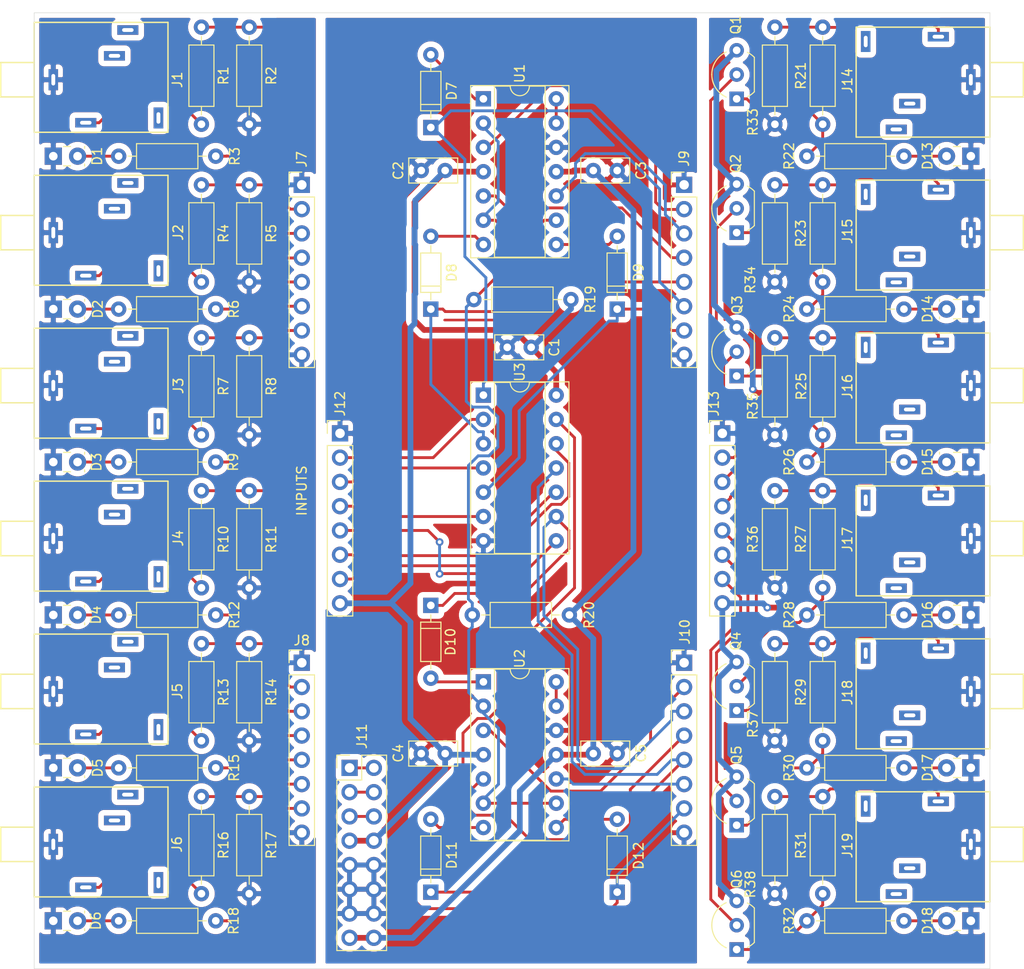
<source format=kicad_pcb>
(kicad_pcb (version 20171130) (host pcbnew "(5.1.5)-3")
  (layers (0 F.Cu signal) (31 B.Cu signal) (34 B.Paste user) (35 F.Paste user) (36 B.SilkS user) (37 F.SilkS user) (38 B.Mask user) (39 F.Mask user) (44 Edge.Cuts user))
  (net 0 "")
  (net 1 GND_B)
  (net 2 +12VDC_B)
  (net 3 -12VDC)
  (net 4 "Net-(D1-Pad2)")
  (net 5 GND_A)
  (net 6 "Net-(D2-Pad2)")
  (net 7 "Net-(D3-Pad2)")
  (net 8 "Net-(D4-Pad2)")
  (net 9 "Net-(D5-Pad2)")
  (net 10 "Net-(D6-Pad2)")
  (net 11 "Net-(D7-Pad2)")
  (net 12 "Net-(D7-Pad1)")
  (net 13 "Net-(D8-Pad1)")
  (net 14 "Net-(D8-Pad2)")
  (net 15 "Net-(D9-Pad2)")
  (net 16 "Net-(D9-Pad1)")
  (net 17 "Net-(D10-Pad1)")
  (net 18 "Net-(D10-Pad2)")
  (net 19 "Net-(D11-Pad2)")
  (net 20 "Net-(D11-Pad1)")
  (net 21 "Net-(D12-Pad1)")
  (net 22 "Net-(D12-Pad2)")
  (net 23 "Net-(D13-Pad2)")
  (net 24 GND_C)
  (net 25 "Net-(D14-Pad2)")
  (net 26 "Net-(D15-Pad2)")
  (net 27 "Net-(D16-Pad2)")
  (net 28 "Net-(D17-Pad2)")
  (net 29 "Net-(D18-Pad2)")
  (net 30 "Net-(J1-Pad3)")
  (net 31 "Net-(J1-Pad2)")
  (net 32 "Net-(J2-Pad3)")
  (net 33 "Net-(J2-Pad2)")
  (net 34 "Net-(J3-Pad3)")
  (net 35 "Net-(J3-Pad2)")
  (net 36 "Net-(J4-Pad2)")
  (net 37 "Net-(J4-Pad3)")
  (net 38 "Net-(J5-Pad2)")
  (net 39 "Net-(J5-Pad3)")
  (net 40 "Net-(J6-Pad3)")
  (net 41 "Net-(J6-Pad2)")
  (net 42 /In1)
  (net 43 /In1_LED)
  (net 44 /In2)
  (net 45 /In2_LED)
  (net 46 /In3)
  (net 47 /In3_LED)
  (net 48 /In4)
  (net 49 /In4_LED)
  (net 50 /In5)
  (net 51 /In5_LED)
  (net 52 /In6)
  (net 53 /In6_LED)
  (net 54 "Net-(J9-Pad6)")
  (net 55 "Net-(J9-Pad4)")
  (net 56 "Net-(J9-Pad2)")
  (net 57 "Net-(J10-Pad6)")
  (net 58 "Net-(J10-Pad4)")
  (net 59 "Net-(J10-Pad2)")
  (net 60 "Net-(J11-Pad5)")
  (net 61 "Net-(J11-Pad3)")
  (net 62 "Net-(J11-Pad1)")
  (net 63 "Net-(J12-Pad7)")
  (net 64 "Net-(J12-Pad6)")
  (net 65 "Net-(J12-Pad5)")
  (net 66 "Net-(J12-Pad4)")
  (net 67 "Net-(J12-Pad3)")
  (net 68 "Net-(J12-Pad2)")
  (net 69 /Out1)
  (net 70 /Out2)
  (net 71 /Out3)
  (net 72 /Out4)
  (net 73 /Out5)
  (net 74 /Out6)
  (net 75 +12VDC_C)
  (net 76 "Net-(J14-Pad2)")
  (net 77 "Net-(J14-Pad3)")
  (net 78 "Net-(J15-Pad2)")
  (net 79 "Net-(J15-Pad3)")
  (net 80 "Net-(J16-Pad3)")
  (net 81 "Net-(J16-Pad2)")
  (net 82 "Net-(J17-Pad2)")
  (net 83 "Net-(J17-Pad3)")
  (net 84 "Net-(J18-Pad2)")
  (net 85 "Net-(J18-Pad3)")
  (net 86 "Net-(J19-Pad3)")
  (net 87 "Net-(J19-Pad2)")
  (net 88 "Net-(Q1-Pad1)")
  (net 89 "Net-(Q2-Pad1)")
  (net 90 "Net-(Q3-Pad1)")
  (net 91 "Net-(Q4-Pad1)")
  (net 92 "Net-(Q5-Pad1)")
  (net 93 "Net-(Q6-Pad1)")
  (net 94 Bias)
  (net 95 "Net-(U1-Pad13)")
  (net 96 "Net-(U2-Pad13)")
  (module Capacitors_THT:C_Disc_D5.0mm_W2.5mm_P2.50mm (layer F.Cu) (at 52 35 180)
    (fp_text reference C1 (at -2.41696 -0.00374 90) (layer F.SilkS))
    (fp_text value C)
    (pad 2 thru_hole circle (at 2.5 0 180) (size 1.6 1.6) (drill 0.8) (layers *.Cu *.Mask) (net 1 GND_B))
    (pad 1 thru_hole circle (at 0 0 180) (size 1.6 1.6) (drill 0.8) (layers *.Cu *.Mask) (net 2 +12VDC_B))
  )
  (module Capacitors_THT:C_Disc_D5.0mm_W2.5mm_P2.50mm (layer F.Cu) (at 43 16.5 180)
    (fp_text reference C2 (at 4.9 -0.01 90) (layer F.SilkS))
    (fp_text value C)
    (pad 1 thru_hole circle (at 0 0 180) (size 1.6 1.6) (drill 0.8) (layers *.Cu *.Mask) (net 2 +12VDC_B))
    (pad 2 thru_hole circle (at 2.5 0 180) (size 1.6 1.6) (drill 0.8) (layers *.Cu *.Mask) (net 1 GND_B))
  )
  (module Capacitors_THT:C_Disc_D5.0mm_W2.5mm_P2.50mm (layer F.Cu) (at 61 16.5 180)
    (fp_text reference C3 (at -2.5 -0.01 90) (layer F.SilkS))
    (fp_text value C)
    (pad 1 thru_hole circle (at 0 0 180) (size 1.6 1.6) (drill 0.8) (layers *.Cu *.Mask) (net 1 GND_B))
    (pad 2 thru_hole circle (at 2.5 0 180) (size 1.6 1.6) (drill 0.8) (layers *.Cu *.Mask) (net 3 -12VDC))
  )
  (module Capacitors_THT:C_Disc_D5.0mm_W2.5mm_P2.50mm (layer F.Cu) (at 43 77.5 180)
    (fp_text reference C4 (at 4.9 0.03 90) (layer F.SilkS))
    (fp_text value C)
    (pad 2 thru_hole circle (at 2.5 0 180) (size 1.6 1.6) (drill 0.8) (layers *.Cu *.Mask) (net 1 GND_B))
    (pad 1 thru_hole circle (at 0 0 180) (size 1.6 1.6) (drill 0.8) (layers *.Cu *.Mask) (net 2 +12VDC_B))
  )
  (module Capacitors_THT:C_Disc_D5.0mm_W2.5mm_P2.50mm (layer F.Cu) (at 61 77.5 180)
    (fp_text reference C5 (at -2.5 0.03 90) (layer F.SilkS))
    (fp_text value C)
    (pad 2 thru_hole circle (at 2.5 0 180) (size 1.6 1.6) (drill 0.8) (layers *.Cu *.Mask) (net 3 -12VDC))
    (pad 1 thru_hole circle (at 0 0 180) (size 1.6 1.6) (drill 0.8) (layers *.Cu *.Mask) (net 1 GND_B))
  )
  (module LEDs:LED_Rectangular_W3.9mm_H1.9mm (layer F.Cu) (at 2 15)
    (fp_text reference D1 (at 4.5913 0.00378 90) (layer F.SilkS))
    (fp_text value LED)
    (pad 2 thru_hole circle (at 2.54 0) (size 1.8 1.8) (drill 0.9) (layers *.Cu *.Mask) (net 4 "Net-(D1-Pad2)"))
    (pad 1 thru_hole rect (at 0 0) (size 1.8 1.8) (drill 0.9) (layers *.Cu *.Mask) (net 5 GND_A))
  )
  (module LEDs:LED_Rectangular_W3.9mm_H1.9mm (layer F.Cu) (at 2 31)
    (fp_text reference D2 (at 4.65988 -0.00184 90) (layer F.SilkS))
    (fp_text value LED)
    (pad 2 thru_hole circle (at 2.54 0) (size 1.8 1.8) (drill 0.9) (layers *.Cu *.Mask) (net 6 "Net-(D2-Pad2)"))
    (pad 1 thru_hole rect (at 0 0) (size 1.8 1.8) (drill 0.9) (layers *.Cu *.Mask) (net 5 GND_A))
  )
  (module LEDs:LED_Rectangular_W3.9mm_H1.9mm (layer F.Cu) (at 2 47)
    (fp_text reference D3 (at 4.52526 0.00016 270) (layer F.SilkS))
    (fp_text value LED)
    (pad 2 thru_hole circle (at 2.54 0) (size 1.8 1.8) (drill 0.9) (layers *.Cu *.Mask) (net 7 "Net-(D3-Pad2)"))
    (pad 1 thru_hole rect (at 0 0) (size 1.8 1.8) (drill 0.9) (layers *.Cu *.Mask) (net 5 GND_A))
  )
  (module LEDs:LED_Rectangular_W3.9mm_H1.9mm (layer F.Cu) (at 2 63)
    (fp_text reference D4 (at 4.45414 0.00216 90) (layer F.SilkS))
    (fp_text value LED)
    (pad 1 thru_hole rect (at 0 0) (size 1.8 1.8) (drill 0.9) (layers *.Cu *.Mask) (net 5 GND_A))
    (pad 2 thru_hole circle (at 2.54 0) (size 1.8 1.8) (drill 0.9) (layers *.Cu *.Mask) (net 8 "Net-(D4-Pad2)"))
  )
  (module LEDs:LED_Rectangular_W3.9mm_H1.9mm (layer F.Cu) (at 2 79)
    (fp_text reference D5 (at 4.64972 0.00416 90) (layer F.SilkS))
    (fp_text value LED)
    (pad 1 thru_hole rect (at 0 0) (size 1.8 1.8) (drill 0.9) (layers *.Cu *.Mask) (net 5 GND_A))
    (pad 2 thru_hole circle (at 2.54 0) (size 1.8 1.8) (drill 0.9) (layers *.Cu *.Mask) (net 9 "Net-(D5-Pad2)"))
  )
  (module LEDs:LED_Rectangular_W3.9mm_H1.9mm (layer F.Cu) (at 2 95)
    (fp_text reference D6 (at 4.4516 -0.00146 90) (layer F.SilkS))
    (fp_text value LED)
    (pad 1 thru_hole rect (at 0 0) (size 1.8 1.8) (drill 0.9) (layers *.Cu *.Mask) (net 5 GND_A))
    (pad 2 thru_hole circle (at 2.54 0) (size 1.8 1.8) (drill 0.9) (layers *.Cu *.Mask) (net 10 "Net-(D6-Pad2)"))
  )
  (module Diodes_THT:D_DO-35_SOD27_P7.62mm_Horizontal (layer F.Cu) (at 41.5 12 90)
    (fp_text reference D7 (at 3.81 2.188 90) (layer F.SilkS))
    (fp_text value 1N4148)
    (pad 2 thru_hole oval (at 7.62 0 90) (size 1.6 1.6) (drill 0.8) (layers *.Cu *.Mask) (net 11 "Net-(D7-Pad2)"))
    (pad 1 thru_hole rect (at 0 0 90) (size 1.6 1.6) (drill 0.8) (layers *.Cu *.Mask) (net 12 "Net-(D7-Pad1)"))
  )
  (module Diodes_THT:D_DO-35_SOD27_P7.62mm_Horizontal (layer F.Cu) (at 41.5 31 90)
    (fp_text reference D8 (at 3.81 2.188 90) (layer F.SilkS))
    (fp_text value 1N4148)
    (pad 1 thru_hole rect (at 0 0 90) (size 1.6 1.6) (drill 0.8) (layers *.Cu *.Mask) (net 13 "Net-(D8-Pad1)"))
    (pad 2 thru_hole oval (at 7.62 0 90) (size 1.6 1.6) (drill 0.8) (layers *.Cu *.Mask) (net 14 "Net-(D8-Pad2)"))
  )
  (module Diodes_THT:D_DO-35_SOD27_P7.62mm_Horizontal (layer F.Cu) (at 61 31 90)
    (fp_text reference D9 (at 3.822 2.246 90) (layer F.SilkS))
    (fp_text value 1N4148)
    (pad 2 thru_hole oval (at 7.62 0 90) (size 1.6 1.6) (drill 0.8) (layers *.Cu *.Mask) (net 15 "Net-(D9-Pad2)"))
    (pad 1 thru_hole rect (at 0 0 90) (size 1.6 1.6) (drill 0.8) (layers *.Cu *.Mask) (net 16 "Net-(D9-Pad1)"))
  )
  (module Diodes_THT:D_DO-35_SOD27_P7.62mm_Horizontal (layer F.Cu) (at 41.5 62 270)
    (fp_text reference D10 (at 3.81 -2.06 90) (layer F.SilkS))
    (fp_text value 1N4148)
    (pad 1 thru_hole rect (at 0 0 270) (size 1.6 1.6) (drill 0.8) (layers *.Cu *.Mask) (net 17 "Net-(D10-Pad1)"))
    (pad 2 thru_hole oval (at 7.62 0 270) (size 1.6 1.6) (drill 0.8) (layers *.Cu *.Mask) (net 18 "Net-(D10-Pad2)"))
  )
  (module Diodes_THT:D_DO-35_SOD27_P7.62mm_Horizontal (layer F.Cu) (at 41.5 92 90)
    (fp_text reference D11 (at 3.862 2.188 90) (layer F.SilkS))
    (fp_text value 1N4148)
    (pad 2 thru_hole oval (at 7.62 0 90) (size 1.6 1.6) (drill 0.8) (layers *.Cu *.Mask) (net 19 "Net-(D11-Pad2)"))
    (pad 1 thru_hole rect (at 0 0 90) (size 1.6 1.6) (drill 0.8) (layers *.Cu *.Mask) (net 20 "Net-(D11-Pad1)"))
  )
  (module Diodes_THT:D_DO-35_SOD27_P7.62mm_Horizontal (layer F.Cu) (at 61 92 90)
    (fp_text reference D12 (at 3.81 2.246 90) (layer F.SilkS))
    (fp_text value 1N4148)
    (pad 1 thru_hole rect (at 0 0 90) (size 1.6 1.6) (drill 0.8) (layers *.Cu *.Mask) (net 21 "Net-(D12-Pad1)"))
    (pad 2 thru_hole oval (at 7.62 0 90) (size 1.6 1.6) (drill 0.8) (layers *.Cu *.Mask) (net 22 "Net-(D12-Pad2)"))
  )
  (module LEDs:LED_Rectangular_W3.9mm_H1.9mm (layer F.Cu) (at 98 15 180)
    (fp_text reference D13 (at 4.528 0.014 90) (layer F.SilkS))
    (fp_text value LED)
    (pad 2 thru_hole circle (at 2.54 0 180) (size 1.8 1.8) (drill 0.9) (layers *.Cu *.Mask) (net 23 "Net-(D13-Pad2)"))
    (pad 1 thru_hole rect (at 0 0 180) (size 1.8 1.8) (drill 0.9) (layers *.Cu *.Mask) (net 24 GND_C))
  )
  (module LEDs:LED_Rectangular_W3.9mm_H1.9mm (layer F.Cu) (at 98 31 180)
    (fp_text reference D14 (at 4.528 0.012 90) (layer F.SilkS))
    (fp_text value LED)
    (pad 2 thru_hole circle (at 2.54 0 180) (size 1.8 1.8) (drill 0.9) (layers *.Cu *.Mask) (net 25 "Net-(D14-Pad2)"))
    (pad 1 thru_hole rect (at 0 0 180) (size 1.8 1.8) (drill 0.9) (layers *.Cu *.Mask) (net 24 GND_C))
  )
  (module LEDs:LED_Rectangular_W3.9mm_H1.9mm (layer F.Cu) (at 98 47 180)
    (fp_text reference D15 (at 4.528 0.01 90) (layer F.SilkS))
    (fp_text value LED)
    (pad 1 thru_hole rect (at 0 0 180) (size 1.8 1.8) (drill 0.9) (layers *.Cu *.Mask) (net 24 GND_C))
    (pad 2 thru_hole circle (at 2.54 0 180) (size 1.8 1.8) (drill 0.9) (layers *.Cu *.Mask) (net 26 "Net-(D15-Pad2)"))
  )
  (module LEDs:LED_Rectangular_W3.9mm_H1.9mm (layer F.Cu) (at 98 63 180)
    (fp_text reference D16 (at 4.528 0.008 90) (layer F.SilkS))
    (fp_text value LED)
    (pad 1 thru_hole rect (at 0 0 180) (size 1.8 1.8) (drill 0.9) (layers *.Cu *.Mask) (net 24 GND_C))
    (pad 2 thru_hole circle (at 2.54 0 180) (size 1.8 1.8) (drill 0.9) (layers *.Cu *.Mask) (net 27 "Net-(D16-Pad2)"))
  )
  (module LEDs:LED_Rectangular_W3.9mm_H1.9mm (layer F.Cu) (at 98 79 180)
    (fp_text reference D17 (at 4.528 0.006 90) (layer F.SilkS))
    (fp_text value LED)
    (pad 1 thru_hole rect (at 0 0 180) (size 1.8 1.8) (drill 0.9) (layers *.Cu *.Mask) (net 24 GND_C))
    (pad 2 thru_hole circle (at 2.54 0 180) (size 1.8 1.8) (drill 0.9) (layers *.Cu *.Mask) (net 28 "Net-(D17-Pad2)"))
  )
  (module LEDs:LED_Rectangular_W3.9mm_H1.9mm (layer F.Cu) (at 98 95 180)
    (fp_text reference D18 (at 4.528 0.004 90) (layer F.SilkS))
    (fp_text value LED)
    (pad 2 thru_hole circle (at 2.54 0 180) (size 1.8 1.8) (drill 0.9) (layers *.Cu *.Mask) (net 29 "Net-(D18-Pad2)"))
    (pad 1 thru_hole rect (at 0 0 180) (size 1.8 1.8) (drill 0.9) (layers *.Cu *.Mask) (net 24 GND_C))
  )
  (module Custom_Library:Mono_Jack_3.5mm_Switch_Switchcraft_35RAPC2AH3 (layer F.Cu) (at 0 7)
    (fp_text reference J1 (at 14.97838 0.00786 90) (layer F.SilkS))
    (fp_text value AudioJack1_Switch)
    (pad 1 thru_hole rect (at 2 0) (size 1 2.2) (drill oval 0.4 1.2) (layers *.Cu *.Mask) (net 5 GND_A))
    (pad 3 thru_hole rect (at 5.4 4.5) (size 2.2 1) (drill oval 1.2 0.4) (layers *.Cu *.Mask) (net 30 "Net-(J1-Pad3)"))
    (pad 2 thru_hole rect (at 13 4) (size 1 2.2) (drill oval 0.4 1.2) (layers *.Cu *.Mask) (net 31 "Net-(J1-Pad2)"))
    (pad ~ thru_hole rect (at 8.4 -2.5) (size 2.2 1) (drill oval 1.2 0.4) (layers *.Cu *.Mask))
    (pad ~ thru_hole rect (at 9.8 -5.2) (size 2.2 1) (drill oval 1.2 0.4) (layers *.Cu *.Mask))
  )
  (module Custom_Library:Mono_Jack_3.5mm_Switch_Switchcraft_35RAPC2AH3 (layer F.Cu) (at 0 23)
    (fp_text reference J2 (at 15.06728 -0.01554 90) (layer F.SilkS))
    (fp_text value AudioJack1_Switch)
    (pad 1 thru_hole rect (at 2 0) (size 1 2.2) (drill oval 0.4 1.2) (layers *.Cu *.Mask) (net 5 GND_A))
    (pad 3 thru_hole rect (at 5.4 4.5) (size 2.2 1) (drill oval 1.2 0.4) (layers *.Cu *.Mask) (net 32 "Net-(J2-Pad3)"))
    (pad 2 thru_hole rect (at 13 4) (size 1 2.2) (drill oval 0.4 1.2) (layers *.Cu *.Mask) (net 33 "Net-(J2-Pad2)"))
    (pad ~ thru_hole rect (at 8.4 -2.5) (size 2.2 1) (drill oval 1.2 0.4) (layers *.Cu *.Mask))
    (pad ~ thru_hole rect (at 9.8 -5.2) (size 2.2 1) (drill oval 1.2 0.4) (layers *.Cu *.Mask))
  )
  (module Custom_Library:Mono_Jack_3.5mm_Switch_Switchcraft_35RAPC2AH3 (layer F.Cu) (at 0 39)
    (fp_text reference J3 (at 15.09014 0.0271 90) (layer F.SilkS))
    (fp_text value AudioJack1_Switch)
    (pad 1 thru_hole rect (at 2 0) (size 1 2.2) (drill oval 0.4 1.2) (layers *.Cu *.Mask) (net 5 GND_A))
    (pad 3 thru_hole rect (at 5.4 4.5) (size 2.2 1) (drill oval 1.2 0.4) (layers *.Cu *.Mask) (net 34 "Net-(J3-Pad3)"))
    (pad 2 thru_hole rect (at 13 4) (size 1 2.2) (drill oval 0.4 1.2) (layers *.Cu *.Mask) (net 35 "Net-(J3-Pad2)"))
    (pad ~ thru_hole rect (at 8.4 -2.5) (size 2.2 1) (drill oval 1.2 0.4) (layers *.Cu *.Mask))
    (pad ~ thru_hole rect (at 9.8 -5.2) (size 2.2 1) (drill oval 1.2 0.4) (layers *.Cu *.Mask))
  )
  (module Custom_Library:Mono_Jack_3.5mm_Switch_Switchcraft_35RAPC2AH3 (layer F.Cu) (at 0 55)
    (fp_text reference J4 (at 15.06982 -0.01916 90) (layer F.SilkS))
    (fp_text value AudioJack1_Switch)
    (pad ~ thru_hole rect (at 9.8 -5.2) (size 2.2 1) (drill oval 1.2 0.4) (layers *.Cu *.Mask))
    (pad ~ thru_hole rect (at 8.4 -2.5) (size 2.2 1) (drill oval 1.2 0.4) (layers *.Cu *.Mask))
    (pad 2 thru_hole rect (at 13 4) (size 1 2.2) (drill oval 0.4 1.2) (layers *.Cu *.Mask) (net 36 "Net-(J4-Pad2)"))
    (pad 3 thru_hole rect (at 5.4 4.5) (size 2.2 1) (drill oval 1.2 0.4) (layers *.Cu *.Mask) (net 37 "Net-(J4-Pad3)"))
    (pad 1 thru_hole rect (at 2 0) (size 1 2.2) (drill oval 0.4 1.2) (layers *.Cu *.Mask) (net 5 GND_A))
  )
  (module Custom_Library:Mono_Jack_3.5mm_Switch_Switchcraft_35RAPC2AH3 (layer F.Cu) (at 0 71)
    (fp_text reference J5 (at 14.98854 -0.007 270) (layer F.SilkS))
    (fp_text value AudioJack1_Switch)
    (pad ~ thru_hole rect (at 9.8 -5.2) (size 2.2 1) (drill oval 1.2 0.4) (layers *.Cu *.Mask))
    (pad ~ thru_hole rect (at 8.4 -2.5) (size 2.2 1) (drill oval 1.2 0.4) (layers *.Cu *.Mask))
    (pad 2 thru_hole rect (at 13 4) (size 1 2.2) (drill oval 0.4 1.2) (layers *.Cu *.Mask) (net 38 "Net-(J5-Pad2)"))
    (pad 3 thru_hole rect (at 5.4 4.5) (size 2.2 1) (drill oval 1.2 0.4) (layers *.Cu *.Mask) (net 39 "Net-(J5-Pad3)"))
    (pad 1 thru_hole rect (at 2 0) (size 1 2.2) (drill oval 0.4 1.2) (layers *.Cu *.Mask) (net 5 GND_A))
  )
  (module Custom_Library:Mono_Jack_3.5mm_Switch_Switchcraft_35RAPC2AH3 (layer F.Cu) (at 0 87)
    (fp_text reference J6 (at 14.94282 0.00262 90) (layer F.SilkS))
    (fp_text value AudioJack1_Switch)
    (pad 1 thru_hole rect (at 2 0) (size 1 2.2) (drill oval 0.4 1.2) (layers *.Cu *.Mask) (net 5 GND_A))
    (pad 3 thru_hole rect (at 5.4 4.5) (size 2.2 1) (drill oval 1.2 0.4) (layers *.Cu *.Mask) (net 40 "Net-(J6-Pad3)"))
    (pad 2 thru_hole rect (at 13 4) (size 1 2.2) (drill oval 0.4 1.2) (layers *.Cu *.Mask) (net 41 "Net-(J6-Pad2)"))
    (pad ~ thru_hole rect (at 8.4 -2.5) (size 2.2 1) (drill oval 1.2 0.4) (layers *.Cu *.Mask))
    (pad ~ thru_hole rect (at 9.8 -5.2) (size 2.2 1) (drill oval 1.2 0.4) (layers *.Cu *.Mask))
  )
  (module Pin_Headers:Pin_Header_Straight_1x08_Pitch2.54mm (layer F.Cu) (at 28 18)
    (fp_text reference J7 (at -0.00158 -2.67212 90) (layer F.SilkS))
    (fp_text value Conn_01x08)
    (pad 1 thru_hole rect (at 0 0) (size 1.7 1.7) (drill 1) (layers *.Cu *.Mask) (net 5 GND_A))
    (pad 2 thru_hole oval (at 0 2.54) (size 1.7 1.7) (drill 1) (layers *.Cu *.Mask) (net 42 /In1))
    (pad 3 thru_hole oval (at 0 5.08) (size 1.7 1.7) (drill 1) (layers *.Cu *.Mask) (net 43 /In1_LED))
    (pad 4 thru_hole oval (at 0 7.62) (size 1.7 1.7) (drill 1) (layers *.Cu *.Mask) (net 44 /In2))
    (pad 5 thru_hole oval (at 0 10.16) (size 1.7 1.7) (drill 1) (layers *.Cu *.Mask) (net 45 /In2_LED))
    (pad 6 thru_hole oval (at 0 12.7) (size 1.7 1.7) (drill 1) (layers *.Cu *.Mask) (net 46 /In3))
    (pad 7 thru_hole oval (at 0 15.24) (size 1.7 1.7) (drill 1) (layers *.Cu *.Mask) (net 47 /In3_LED))
    (pad 8 thru_hole oval (at 0 17.78) (size 1.7 1.7) (drill 1) (layers *.Cu *.Mask) (net 5 GND_A))
  )
  (module Pin_Headers:Pin_Header_Straight_1x08_Pitch2.54mm (layer F.Cu) (at 28 68)
    (fp_text reference J8 (at 0 -2.33) (layer F.SilkS))
    (fp_text value Conn_01x08)
    (pad 1 thru_hole rect (at 0 0) (size 1.7 1.7) (drill 1) (layers *.Cu *.Mask) (net 5 GND_A))
    (pad 2 thru_hole oval (at 0 2.54) (size 1.7 1.7) (drill 1) (layers *.Cu *.Mask) (net 48 /In4))
    (pad 3 thru_hole oval (at 0 5.08) (size 1.7 1.7) (drill 1) (layers *.Cu *.Mask) (net 49 /In4_LED))
    (pad 4 thru_hole oval (at 0 7.62) (size 1.7 1.7) (drill 1) (layers *.Cu *.Mask) (net 50 /In5))
    (pad 5 thru_hole oval (at 0 10.16) (size 1.7 1.7) (drill 1) (layers *.Cu *.Mask) (net 51 /In5_LED))
    (pad 6 thru_hole oval (at 0 12.7) (size 1.7 1.7) (drill 1) (layers *.Cu *.Mask) (net 52 /In6))
    (pad 7 thru_hole oval (at 0 15.24) (size 1.7 1.7) (drill 1) (layers *.Cu *.Mask) (net 53 /In6_LED))
    (pad 8 thru_hole oval (at 0 17.78) (size 1.7 1.7) (drill 1) (layers *.Cu *.Mask) (net 5 GND_A))
  )
  (module Pin_Headers:Pin_Header_Straight_1x08_Pitch2.54mm (layer F.Cu) (at 68 18)
    (fp_text reference J9 (at 0 -2.76 90) (layer F.SilkS))
    (fp_text value Conn_01x08)
    (pad 8 thru_hole oval (at 0 17.78) (size 1.7 1.7) (drill 1) (layers *.Cu *.Mask) (net 1 GND_B))
    (pad 7 thru_hole oval (at 0 15.24) (size 1.7 1.7) (drill 1) (layers *.Cu *.Mask) (net 16 "Net-(D9-Pad1)"))
    (pad 6 thru_hole oval (at 0 12.7) (size 1.7 1.7) (drill 1) (layers *.Cu *.Mask) (net 54 "Net-(J9-Pad6)"))
    (pad 5 thru_hole oval (at 0 10.16) (size 1.7 1.7) (drill 1) (layers *.Cu *.Mask) (net 13 "Net-(D8-Pad1)"))
    (pad 4 thru_hole oval (at 0 7.62) (size 1.7 1.7) (drill 1) (layers *.Cu *.Mask) (net 55 "Net-(J9-Pad4)"))
    (pad 3 thru_hole oval (at 0 5.08) (size 1.7 1.7) (drill 1) (layers *.Cu *.Mask) (net 12 "Net-(D7-Pad1)"))
    (pad 2 thru_hole oval (at 0 2.54) (size 1.7 1.7) (drill 1) (layers *.Cu *.Mask) (net 56 "Net-(J9-Pad2)"))
    (pad 1 thru_hole rect (at 0 0) (size 1.7 1.7) (drill 1) (layers *.Cu *.Mask) (net 1 GND_B))
  )
  (module Pin_Headers:Pin_Header_Straight_1x08_Pitch2.54mm (layer F.Cu) (at 68 68)
    (fp_text reference J10 (at 0.072 -3.23 90) (layer F.SilkS))
    (fp_text value Conn_01x08)
    (pad 8 thru_hole oval (at 0 17.78) (size 1.7 1.7) (drill 1) (layers *.Cu *.Mask) (net 1 GND_B))
    (pad 7 thru_hole oval (at 0 15.24) (size 1.7 1.7) (drill 1) (layers *.Cu *.Mask) (net 21 "Net-(D12-Pad1)"))
    (pad 6 thru_hole oval (at 0 12.7) (size 1.7 1.7) (drill 1) (layers *.Cu *.Mask) (net 57 "Net-(J10-Pad6)"))
    (pad 5 thru_hole oval (at 0 10.16) (size 1.7 1.7) (drill 1) (layers *.Cu *.Mask) (net 20 "Net-(D11-Pad1)"))
    (pad 4 thru_hole oval (at 0 7.62) (size 1.7 1.7) (drill 1) (layers *.Cu *.Mask) (net 58 "Net-(J10-Pad4)"))
    (pad 3 thru_hole oval (at 0 5.08) (size 1.7 1.7) (drill 1) (layers *.Cu *.Mask) (net 17 "Net-(D10-Pad1)"))
    (pad 2 thru_hole oval (at 0 2.54) (size 1.7 1.7) (drill 1) (layers *.Cu *.Mask) (net 59 "Net-(J10-Pad2)"))
    (pad 1 thru_hole rect (at 0 0) (size 1.7 1.7) (drill 1) (layers *.Cu *.Mask) (net 1 GND_B))
  )
  (module Pin_Headers:Pin_Header_Straight_2x08_Pitch2.54mm (layer F.Cu) (at 33 79)
    (fp_text reference J11 (at 1.29 -3.308 90) (layer F.SilkS))
    (fp_text value Conn_02x08_Odd_Even)
    (pad 16 thru_hole oval (at 2.54 17.78) (size 1.7 1.7) (drill 1) (layers *.Cu *.Mask) (net 3 -12VDC))
    (pad 15 thru_hole oval (at 0 17.78) (size 1.7 1.7) (drill 1) (layers *.Cu *.Mask) (net 3 -12VDC))
    (pad 14 thru_hole oval (at 2.54 15.24) (size 1.7 1.7) (drill 1) (layers *.Cu *.Mask) (net 1 GND_B))
    (pad 13 thru_hole oval (at 0 15.24) (size 1.7 1.7) (drill 1) (layers *.Cu *.Mask) (net 1 GND_B))
    (pad 12 thru_hole oval (at 2.54 12.7) (size 1.7 1.7) (drill 1) (layers *.Cu *.Mask) (net 1 GND_B))
    (pad 11 thru_hole oval (at 0 12.7) (size 1.7 1.7) (drill 1) (layers *.Cu *.Mask) (net 1 GND_B))
    (pad 10 thru_hole oval (at 2.54 10.16) (size 1.7 1.7) (drill 1) (layers *.Cu *.Mask) (net 1 GND_B))
    (pad 9 thru_hole oval (at 0 10.16) (size 1.7 1.7) (drill 1) (layers *.Cu *.Mask) (net 1 GND_B))
    (pad 8 thru_hole oval (at 2.54 7.62) (size 1.7 1.7) (drill 1) (layers *.Cu *.Mask) (net 2 +12VDC_B))
    (pad 7 thru_hole oval (at 0 7.62) (size 1.7 1.7) (drill 1) (layers *.Cu *.Mask) (net 2 +12VDC_B))
    (pad 6 thru_hole oval (at 2.54 5.08) (size 1.7 1.7) (drill 1) (layers *.Cu *.Mask) (net 60 "Net-(J11-Pad5)"))
    (pad 5 thru_hole oval (at 0 5.08) (size 1.7 1.7) (drill 1) (layers *.Cu *.Mask) (net 60 "Net-(J11-Pad5)"))
    (pad 4 thru_hole oval (at 2.54 2.54) (size 1.7 1.7) (drill 1) (layers *.Cu *.Mask) (net 61 "Net-(J11-Pad3)"))
    (pad 3 thru_hole oval (at 0 2.54) (size 1.7 1.7) (drill 1) (layers *.Cu *.Mask) (net 61 "Net-(J11-Pad3)"))
    (pad 2 thru_hole oval (at 2.54 0) (size 1.7 1.7) (drill 1) (layers *.Cu *.Mask) (net 62 "Net-(J11-Pad1)"))
    (pad 1 thru_hole rect (at 0 0) (size 1.7 1.7) (drill 1) (layers *.Cu *.Mask) (net 62 "Net-(J11-Pad1)"))
  )
  (module Pin_Headers:Pin_Header_Straight_1x08_Pitch2.54mm (layer F.Cu) (at 32 44)
    (fp_text reference J12 (at 0.004 -3.106 90) (layer F.SilkS))
    (fp_text value Conn_01x08)
    (pad 8 thru_hole oval (at 0 17.78) (size 1.7 1.7) (drill 1) (layers *.Cu *.Mask) (net 2 +12VDC_B))
    (pad 7 thru_hole oval (at 0 15.24) (size 1.7 1.7) (drill 1) (layers *.Cu *.Mask) (net 63 "Net-(J12-Pad7)"))
    (pad 6 thru_hole oval (at 0 12.7) (size 1.7 1.7) (drill 1) (layers *.Cu *.Mask) (net 64 "Net-(J12-Pad6)"))
    (pad 5 thru_hole oval (at 0 10.16) (size 1.7 1.7) (drill 1) (layers *.Cu *.Mask) (net 65 "Net-(J12-Pad5)"))
    (pad 4 thru_hole oval (at 0 7.62) (size 1.7 1.7) (drill 1) (layers *.Cu *.Mask) (net 66 "Net-(J12-Pad4)"))
    (pad 3 thru_hole oval (at 0 5.08) (size 1.7 1.7) (drill 1) (layers *.Cu *.Mask) (net 67 "Net-(J12-Pad3)"))
    (pad 2 thru_hole oval (at 0 2.54) (size 1.7 1.7) (drill 1) (layers *.Cu *.Mask) (net 68 "Net-(J12-Pad2)"))
    (pad 1 thru_hole rect (at 0 0) (size 1.7 1.7) (drill 1) (layers *.Cu *.Mask) (net 1 GND_B))
  )
  (module Pin_Headers:Pin_Header_Straight_1x08_Pitch2.54mm (layer F.Cu) (at 72 44)
    (fp_text reference J13 (at -0.88 -3.106 90) (layer F.SilkS))
    (fp_text value Conn_01x08)
    (pad 1 thru_hole rect (at 0 0) (size 1.7 1.7) (drill 1) (layers *.Cu *.Mask) (net 24 GND_C))
    (pad 2 thru_hole oval (at 0 2.54) (size 1.7 1.7) (drill 1) (layers *.Cu *.Mask) (net 69 /Out1))
    (pad 3 thru_hole oval (at 0 5.08) (size 1.7 1.7) (drill 1) (layers *.Cu *.Mask) (net 70 /Out2))
    (pad 4 thru_hole oval (at 0 7.62) (size 1.7 1.7) (drill 1) (layers *.Cu *.Mask) (net 71 /Out3))
    (pad 5 thru_hole oval (at 0 10.16) (size 1.7 1.7) (drill 1) (layers *.Cu *.Mask) (net 72 /Out4))
    (pad 6 thru_hole oval (at 0 12.7) (size 1.7 1.7) (drill 1) (layers *.Cu *.Mask) (net 73 /Out5))
    (pad 7 thru_hole oval (at 0 15.24) (size 1.7 1.7) (drill 1) (layers *.Cu *.Mask) (net 74 /Out6))
    (pad 8 thru_hole oval (at 0 17.78) (size 1.7 1.7) (drill 1) (layers *.Cu *.Mask) (net 75 +12VDC_C))
  )
  (module Custom_Library:Mono_Jack_3.5mm_Switch_Switchcraft_35RAPC2AH3 (layer F.Cu) (at 100 7 180)
    (fp_text reference J14 (at 14.91 -0.112 90) (layer F.SilkS))
    (fp_text value AudioJack1_Switch)
    (pad ~ thru_hole rect (at 9.8 -5.2 180) (size 2.2 1) (drill oval 1.2 0.4) (layers *.Cu *.Mask))
    (pad ~ thru_hole rect (at 8.4 -2.5 180) (size 2.2 1) (drill oval 1.2 0.4) (layers *.Cu *.Mask))
    (pad 2 thru_hole rect (at 13 4 180) (size 1 2.2) (drill oval 0.4 1.2) (layers *.Cu *.Mask) (net 76 "Net-(J14-Pad2)"))
    (pad 3 thru_hole rect (at 5.4 4.5 180) (size 2.2 1) (drill oval 1.2 0.4) (layers *.Cu *.Mask) (net 77 "Net-(J14-Pad3)"))
    (pad 1 thru_hole rect (at 2 0 180) (size 1 2.2) (drill oval 0.4 1.2) (layers *.Cu *.Mask) (net 24 GND_C))
  )
  (module Custom_Library:Mono_Jack_3.5mm_Switch_Switchcraft_35RAPC2AH3 (layer F.Cu) (at 100 23 180)
    (fp_text reference J15 (at 14.91 0.14 90) (layer F.SilkS))
    (fp_text value AudioJack1_Switch)
    (pad ~ thru_hole rect (at 9.8 -5.2 180) (size 2.2 1) (drill oval 1.2 0.4) (layers *.Cu *.Mask))
    (pad ~ thru_hole rect (at 8.4 -2.5 180) (size 2.2 1) (drill oval 1.2 0.4) (layers *.Cu *.Mask))
    (pad 2 thru_hole rect (at 13 4 180) (size 1 2.2) (drill oval 0.4 1.2) (layers *.Cu *.Mask) (net 78 "Net-(J15-Pad2)"))
    (pad 3 thru_hole rect (at 5.4 4.5 180) (size 2.2 1) (drill oval 1.2 0.4) (layers *.Cu *.Mask) (net 79 "Net-(J15-Pad3)"))
    (pad 1 thru_hole rect (at 2 0 180) (size 1 2.2) (drill oval 0.4 1.2) (layers *.Cu *.Mask) (net 24 GND_C))
  )
  (module Custom_Library:Mono_Jack_3.5mm_Switch_Switchcraft_35RAPC2AH3 (layer F.Cu) (at 100 39 180)
    (fp_text reference J16 (at 14.91 -0.116 90) (layer F.SilkS))
    (fp_text value AudioJack1_Switch)
    (pad 1 thru_hole rect (at 2 0 180) (size 1 2.2) (drill oval 0.4 1.2) (layers *.Cu *.Mask) (net 24 GND_C))
    (pad 3 thru_hole rect (at 5.4 4.5 180) (size 2.2 1) (drill oval 1.2 0.4) (layers *.Cu *.Mask) (net 80 "Net-(J16-Pad3)"))
    (pad 2 thru_hole rect (at 13 4 180) (size 1 2.2) (drill oval 0.4 1.2) (layers *.Cu *.Mask) (net 81 "Net-(J16-Pad2)"))
    (pad ~ thru_hole rect (at 8.4 -2.5 180) (size 2.2 1) (drill oval 1.2 0.4) (layers *.Cu *.Mask))
    (pad ~ thru_hole rect (at 9.8 -5.2 180) (size 2.2 1) (drill oval 1.2 0.4) (layers *.Cu *.Mask))
  )
  (module Custom_Library:Mono_Jack_3.5mm_Switch_Switchcraft_35RAPC2AH3 (layer F.Cu) (at 100 55 180)
    (fp_text reference J17 (at 14.91 -0.118 90) (layer F.SilkS))
    (fp_text value AudioJack1_Switch)
    (pad ~ thru_hole rect (at 9.8 -5.2 180) (size 2.2 1) (drill oval 1.2 0.4) (layers *.Cu *.Mask))
    (pad ~ thru_hole rect (at 8.4 -2.5 180) (size 2.2 1) (drill oval 1.2 0.4) (layers *.Cu *.Mask))
    (pad 2 thru_hole rect (at 13 4 180) (size 1 2.2) (drill oval 0.4 1.2) (layers *.Cu *.Mask) (net 82 "Net-(J17-Pad2)"))
    (pad 3 thru_hole rect (at 5.4 4.5 180) (size 2.2 1) (drill oval 1.2 0.4) (layers *.Cu *.Mask) (net 83 "Net-(J17-Pad3)"))
    (pad 1 thru_hole rect (at 2 0 180) (size 1 2.2) (drill oval 0.4 1.2) (layers *.Cu *.Mask) (net 24 GND_C))
  )
  (module Custom_Library:Mono_Jack_3.5mm_Switch_Switchcraft_35RAPC2AH3 (layer F.Cu) (at 100 71 180)
    (fp_text reference J18 (at 14.91 -0.12 90) (layer F.SilkS))
    (fp_text value AudioJack1_Switch)
    (pad ~ thru_hole rect (at 9.8 -5.2 180) (size 2.2 1) (drill oval 1.2 0.4) (layers *.Cu *.Mask))
    (pad ~ thru_hole rect (at 8.4 -2.5 180) (size 2.2 1) (drill oval 1.2 0.4) (layers *.Cu *.Mask))
    (pad 2 thru_hole rect (at 13 4 180) (size 1 2.2) (drill oval 0.4 1.2) (layers *.Cu *.Mask) (net 84 "Net-(J18-Pad2)"))
    (pad 3 thru_hole rect (at 5.4 4.5 180) (size 2.2 1) (drill oval 1.2 0.4) (layers *.Cu *.Mask) (net 85 "Net-(J18-Pad3)"))
    (pad 1 thru_hole rect (at 2 0 180) (size 1 2.2) (drill oval 0.4 1.2) (layers *.Cu *.Mask) (net 24 GND_C))
  )
  (module Custom_Library:Mono_Jack_3.5mm_Switch_Switchcraft_35RAPC2AH3 (layer F.Cu) (at 100 87 180)
    (fp_text reference J19 (at 14.91 -0.122 90) (layer F.SilkS))
    (fp_text value AudioJack1_Switch)
    (pad 1 thru_hole rect (at 2 0 180) (size 1 2.2) (drill oval 0.4 1.2) (layers *.Cu *.Mask) (net 24 GND_C))
    (pad 3 thru_hole rect (at 5.4 4.5 180) (size 2.2 1) (drill oval 1.2 0.4) (layers *.Cu *.Mask) (net 86 "Net-(J19-Pad3)"))
    (pad 2 thru_hole rect (at 13 4 180) (size 1 2.2) (drill oval 0.4 1.2) (layers *.Cu *.Mask) (net 87 "Net-(J19-Pad2)"))
    (pad ~ thru_hole rect (at 8.4 -2.5 180) (size 2.2 1) (drill oval 1.2 0.4) (layers *.Cu *.Mask))
    (pad ~ thru_hole rect (at 9.8 -5.2 180) (size 2.2 1) (drill oval 1.2 0.4) (layers *.Cu *.Mask))
  )
  (module TO_SOT_Packages_THT:TO-92_Inline_Wide (layer F.Cu) (at 73.5 9 90)
    (fp_text reference Q1 (at 7.73 -0.102 270) (layer F.SilkS))
    (fp_text value 2N3904)
    (pad 2 thru_hole circle (at 2.54 0 180) (size 1.52 1.52) (drill 0.8) (layers *.Cu *.Mask) (net 69 /Out1))
    (pad 3 thru_hole circle (at 5.08 0 180) (size 1.52 1.52) (drill 0.8) (layers *.Cu *.Mask) (net 75 +12VDC_C))
    (pad 1 thru_hole rect (at 0 0 180) (size 1.52 1.52) (drill 0.8) (layers *.Cu *.Mask) (net 88 "Net-(Q1-Pad1)"))
  )
  (module TO_SOT_Packages_THT:TO-92_Inline_Wide (layer F.Cu) (at 73.5 23 90)
    (fp_text reference Q2 (at 7.22 -0.102 270) (layer F.SilkS))
    (fp_text value 2N3904)
    (pad 1 thru_hole rect (at 0 0 180) (size 1.52 1.52) (drill 0.8) (layers *.Cu *.Mask) (net 89 "Net-(Q2-Pad1)"))
    (pad 3 thru_hole circle (at 5.08 0 180) (size 1.52 1.52) (drill 0.8) (layers *.Cu *.Mask) (net 75 +12VDC_C))
    (pad 2 thru_hole circle (at 2.54 0 180) (size 1.52 1.52) (drill 0.8) (layers *.Cu *.Mask) (net 70 /Out2))
  )
  (module TO_SOT_Packages_THT:TO-92_Inline_Wide (layer F.Cu) (at 73.5 38 90)
    (fp_text reference Q3 (at 7.430141 0.048159 270) (layer F.SilkS))
    (fp_text value 2N3904)
    (pad 1 thru_hole rect (at 0 0 180) (size 1.52 1.52) (drill 0.8) (layers *.Cu *.Mask) (net 90 "Net-(Q3-Pad1)"))
    (pad 3 thru_hole circle (at 5.08 0 180) (size 1.52 1.52) (drill 0.8) (layers *.Cu *.Mask) (net 75 +12VDC_C))
    (pad 2 thru_hole circle (at 2.54 0 180) (size 1.52 1.52) (drill 0.8) (layers *.Cu *.Mask) (net 71 /Out3))
  )
  (module TO_SOT_Packages_THT:TO-92_Inline_Wide (layer F.Cu) (at 73.5 73 90)
    (fp_text reference Q4 (at 7.266 -0.102 270) (layer F.SilkS))
    (fp_text value 2N3904)
    (pad 1 thru_hole rect (at 0 0 180) (size 1.52 1.52) (drill 0.8) (layers *.Cu *.Mask) (net 91 "Net-(Q4-Pad1)"))
    (pad 3 thru_hole circle (at 5.08 0 180) (size 1.52 1.52) (drill 0.8) (layers *.Cu *.Mask) (net 75 +12VDC_C))
    (pad 2 thru_hole circle (at 2.54 0 180) (size 1.52 1.52) (drill 0.8) (layers *.Cu *.Mask) (net 72 /Out4))
  )
  (module TO_SOT_Packages_THT:TO-92_Inline_Wide (layer F.Cu) (at 73.5 85 90)
    (fp_text reference Q5 (at 7.336141 -0.015841 270) (layer F.SilkS))
    (fp_text value 2N3904)
    (pad 2 thru_hole circle (at 2.54 0 180) (size 1.52 1.52) (drill 0.8) (layers *.Cu *.Mask) (net 73 /Out5))
    (pad 3 thru_hole circle (at 5.08 0 180) (size 1.52 1.52) (drill 0.8) (layers *.Cu *.Mask) (net 75 +12VDC_C))
    (pad 1 thru_hole rect (at 0 0 180) (size 1.52 1.52) (drill 0.8) (layers *.Cu *.Mask) (net 92 "Net-(Q5-Pad1)"))
  )
  (module TO_SOT_Packages_THT:TO-92_Inline_Wide (layer F.Cu) (at 73.5 98 90)
    (fp_text reference Q6 (at 7.366 0 270) (layer F.SilkS))
    (fp_text value 2N3904)
    (pad 2 thru_hole circle (at 2.54 0 180) (size 1.52 1.52) (drill 0.8) (layers *.Cu *.Mask) (net 74 /Out6))
    (pad 3 thru_hole circle (at 5.08 0 180) (size 1.52 1.52) (drill 0.8) (layers *.Cu *.Mask) (net 75 +12VDC_C))
    (pad 1 thru_hole rect (at 0 0 180) (size 1.52 1.52) (drill 0.8) (layers *.Cu *.Mask) (net 93 "Net-(Q6-Pad1)"))
  )
  (module Resistors_THT:R_Axial_DIN0207_L6.3mm_D2.5mm_P10.16mm_Horizontal (layer F.Cu) (at 17.5 1.5 270)
    (fp_text reference R1 (at 5.08 -2.31 90) (layer F.SilkS))
    (fp_text value 1K)
    (pad 2 thru_hole oval (at 10.16 0 270) (size 1.6 1.6) (drill 0.8) (layers *.Cu *.Mask) (net 30 "Net-(J1-Pad3)"))
    (pad 1 thru_hole circle (at 0 0 270) (size 1.6 1.6) (drill 0.8) (layers *.Cu *.Mask) (net 42 /In1))
  )
  (module Resistors_THT:R_Axial_DIN0207_L6.3mm_D2.5mm_P10.16mm_Horizontal (layer F.Cu) (at 22.5 1.5 270)
    (fp_text reference R2 (at 5.08 -2.31 90) (layer F.SilkS))
    (fp_text value 100K)
    (pad 2 thru_hole oval (at 10.16 0 270) (size 1.6 1.6) (drill 0.8) (layers *.Cu *.Mask) (net 5 GND_A))
    (pad 1 thru_hole circle (at 0 0 270) (size 1.6 1.6) (drill 0.8) (layers *.Cu *.Mask) (net 42 /In1))
  )
  (module Resistors_THT:R_Axial_DIN0207_L6.3mm_D2.5mm_P10.16mm_Horizontal (layer F.Cu) (at 19 15 180)
    (fp_text reference R3 (at -1.98802 -0.01648 90) (layer F.SilkS))
    (fp_text value 2k7)
    (pad 2 thru_hole oval (at 10.16 0 180) (size 1.6 1.6) (drill 0.8) (layers *.Cu *.Mask) (net 4 "Net-(D1-Pad2)"))
    (pad 1 thru_hole circle (at 0 0 180) (size 1.6 1.6) (drill 0.8) (layers *.Cu *.Mask) (net 43 /In1_LED))
  )
  (module Resistors_THT:R_Axial_DIN0207_L6.3mm_D2.5mm_P10.16mm_Horizontal (layer F.Cu) (at 17.5 18 270)
    (fp_text reference R4 (at 5.08 -2.31 90) (layer F.SilkS))
    (fp_text value 1K)
    (pad 2 thru_hole oval (at 10.16 0 270) (size 1.6 1.6) (drill 0.8) (layers *.Cu *.Mask) (net 32 "Net-(J2-Pad3)"))
    (pad 1 thru_hole circle (at 0 0 270) (size 1.6 1.6) (drill 0.8) (layers *.Cu *.Mask) (net 44 /In2))
  )
  (module Resistors_THT:R_Axial_DIN0207_L6.3mm_D2.5mm_P10.16mm_Horizontal (layer F.Cu) (at 22.5 18 270)
    (fp_text reference R5 (at 5.08 -2.31 90) (layer F.SilkS))
    (fp_text value 100K)
    (pad 1 thru_hole circle (at 0 0 270) (size 1.6 1.6) (drill 0.8) (layers *.Cu *.Mask) (net 44 /In2))
    (pad 2 thru_hole oval (at 10.16 0 270) (size 1.6 1.6) (drill 0.8) (layers *.Cu *.Mask) (net 5 GND_A))
  )
  (module Resistors_THT:R_Axial_DIN0207_L6.3mm_D2.5mm_P10.16mm_Horizontal (layer F.Cu) (at 19 31 180)
    (fp_text reference R6 (at -1.89658 -0.0007 90) (layer F.SilkS))
    (fp_text value 2k7)
    (pad 1 thru_hole circle (at 0 0 180) (size 1.6 1.6) (drill 0.8) (layers *.Cu *.Mask) (net 45 /In2_LED))
    (pad 2 thru_hole oval (at 10.16 0 180) (size 1.6 1.6) (drill 0.8) (layers *.Cu *.Mask) (net 6 "Net-(D2-Pad2)"))
  )
  (module Resistors_THT:R_Axial_DIN0207_L6.3mm_D2.5mm_P10.16mm_Horizontal (layer F.Cu) (at 17.5 34 270)
    (fp_text reference R7 (at 5.08 -2.31 90) (layer F.SilkS))
    (fp_text value 1K)
    (pad 1 thru_hole circle (at 0 0 270) (size 1.6 1.6) (drill 0.8) (layers *.Cu *.Mask) (net 46 /In3))
    (pad 2 thru_hole oval (at 10.16 0 270) (size 1.6 1.6) (drill 0.8) (layers *.Cu *.Mask) (net 34 "Net-(J3-Pad3)"))
  )
  (module Resistors_THT:R_Axial_DIN0207_L6.3mm_D2.5mm_P10.16mm_Horizontal (layer F.Cu) (at 22.5 34 270)
    (fp_text reference R8 (at 5.08 -2.31 90) (layer F.SilkS))
    (fp_text value 100K)
    (pad 1 thru_hole circle (at 0 0 270) (size 1.6 1.6) (drill 0.8) (layers *.Cu *.Mask) (net 46 /In3))
    (pad 2 thru_hole oval (at 10.16 0 270) (size 1.6 1.6) (drill 0.8) (layers *.Cu *.Mask) (net 5 GND_A))
  )
  (module Resistors_THT:R_Axial_DIN0207_L6.3mm_D2.5mm_P10.16mm_Horizontal (layer F.Cu) (at 19 47 180)
    (fp_text reference R9 (at -1.82178 -0.00524 90) (layer F.SilkS))
    (fp_text value 2k7)
    (pad 1 thru_hole circle (at 0 0 180) (size 1.6 1.6) (drill 0.8) (layers *.Cu *.Mask) (net 47 /In3_LED))
    (pad 2 thru_hole oval (at 10.16 0 180) (size 1.6 1.6) (drill 0.8) (layers *.Cu *.Mask) (net 7 "Net-(D3-Pad2)"))
  )
  (module Resistors_THT:R_Axial_DIN0207_L6.3mm_D2.5mm_P10.16mm_Horizontal (layer F.Cu) (at 17.5 50 270)
    (fp_text reference R10 (at 5.08 -2.31 90) (layer F.SilkS))
    (fp_text value 1K)
    (pad 2 thru_hole oval (at 10.16 0 270) (size 1.6 1.6) (drill 0.8) (layers *.Cu *.Mask) (net 37 "Net-(J4-Pad3)"))
    (pad 1 thru_hole circle (at 0 0 270) (size 1.6 1.6) (drill 0.8) (layers *.Cu *.Mask) (net 48 /In4))
  )
  (module Resistors_THT:R_Axial_DIN0207_L6.3mm_D2.5mm_P10.16mm_Horizontal (layer F.Cu) (at 22.5 50 270)
    (fp_text reference R11 (at 5.08 -2.31 90) (layer F.SilkS))
    (fp_text value 100K)
    (pad 1 thru_hole circle (at 0 0 270) (size 1.6 1.6) (drill 0.8) (layers *.Cu *.Mask) (net 48 /In4))
    (pad 2 thru_hole oval (at 10.16 0 270) (size 1.6 1.6) (drill 0.8) (layers *.Cu *.Mask) (net 5 GND_A))
  )
  (module Resistors_THT:R_Axial_DIN0207_L6.3mm_D2.5mm_P10.16mm_Horizontal (layer F.Cu) (at 19 63 180)
    (fp_text reference R12 (at -1.9423 -0.00216 90) (layer F.SilkS))
    (fp_text value 2k7)
    (pad 2 thru_hole oval (at 10.16 0 180) (size 1.6 1.6) (drill 0.8) (layers *.Cu *.Mask) (net 8 "Net-(D4-Pad2)"))
    (pad 1 thru_hole circle (at 0 0 180) (size 1.6 1.6) (drill 0.8) (layers *.Cu *.Mask) (net 49 /In4_LED))
  )
  (module Resistors_THT:R_Axial_DIN0207_L6.3mm_D2.5mm_P10.16mm_Horizontal (layer F.Cu) (at 17.5 66 270)
    (fp_text reference R13 (at 5.08 -2.31 90) (layer F.SilkS))
    (fp_text value 1K)
    (pad 1 thru_hole circle (at 0 0 270) (size 1.6 1.6) (drill 0.8) (layers *.Cu *.Mask) (net 50 /In5))
    (pad 2 thru_hole oval (at 10.16 0 270) (size 1.6 1.6) (drill 0.8) (layers *.Cu *.Mask) (net 39 "Net-(J5-Pad3)"))
  )
  (module Resistors_THT:R_Axial_DIN0207_L6.3mm_D2.5mm_P10.16mm_Horizontal (layer F.Cu) (at 22.5 66 270)
    (fp_text reference R14 (at 5.08 -2.31 90) (layer F.SilkS))
    (fp_text value 100K)
    (pad 2 thru_hole oval (at 10.16 0 270) (size 1.6 1.6) (drill 0.8) (layers *.Cu *.Mask) (net 5 GND_A))
    (pad 1 thru_hole circle (at 0 0 270) (size 1.6 1.6) (drill 0.8) (layers *.Cu *.Mask) (net 50 /In5))
  )
  (module Resistors_THT:R_Axial_DIN0207_L6.3mm_D2.5mm_P10.16mm_Horizontal (layer F.Cu) (at 19 79 180)
    (fp_text reference R15 (at -1.92198 0.006 90) (layer F.SilkS))
    (fp_text value 2k7)
    (pad 1 thru_hole circle (at 0 0 180) (size 1.6 1.6) (drill 0.8) (layers *.Cu *.Mask) (net 51 /In5_LED))
    (pad 2 thru_hole oval (at 10.16 0 180) (size 1.6 1.6) (drill 0.8) (layers *.Cu *.Mask) (net 9 "Net-(D5-Pad2)"))
  )
  (module Resistors_THT:R_Axial_DIN0207_L6.3mm_D2.5mm_P10.16mm_Horizontal (layer F.Cu) (at 17.5 82 270)
    (fp_text reference R16 (at 5.08 -2.31 90) (layer F.SilkS))
    (fp_text value 1K)
    (pad 1 thru_hole circle (at 0 0 270) (size 1.6 1.6) (drill 0.8) (layers *.Cu *.Mask) (net 52 /In6))
    (pad 2 thru_hole oval (at 10.16 0 270) (size 1.6 1.6) (drill 0.8) (layers *.Cu *.Mask) (net 40 "Net-(J6-Pad3)"))
  )
  (module Resistors_THT:R_Axial_DIN0207_L6.3mm_D2.5mm_P10.16mm_Horizontal (layer F.Cu) (at 22.5 82 270)
    (fp_text reference R17 (at 5.08 -2.31 90) (layer F.SilkS))
    (fp_text value 100K)
    (pad 1 thru_hole circle (at 0 0 270) (size 1.6 1.6) (drill 0.8) (layers *.Cu *.Mask) (net 52 /In6))
    (pad 2 thru_hole oval (at 10.16 0 270) (size 1.6 1.6) (drill 0.8) (layers *.Cu *.Mask) (net 5 GND_A))
  )
  (module Resistors_THT:R_Axial_DIN0207_L6.3mm_D2.5mm_P10.16mm_Horizontal (layer F.Cu) (at 19 95 180)
    (fp_text reference R18 (at -1.87372 -0.00362 90) (layer F.SilkS))
    (fp_text value 2k7)
    (pad 2 thru_hole oval (at 10.16 0 180) (size 1.6 1.6) (drill 0.8) (layers *.Cu *.Mask) (net 10 "Net-(D6-Pad2)"))
    (pad 1 thru_hole circle (at 0 0 180) (size 1.6 1.6) (drill 0.8) (layers *.Cu *.Mask) (net 53 /In6_LED))
  )
  (module Resistors_THT:R_Axial_DIN0207_L6.3mm_D2.5mm_P10.16mm_Horizontal (layer F.Cu) (at 46 30)
    (fp_text reference R19 (at 12.1914 -0.01276 90) (layer F.SilkS))
    (fp_text value 100K)
    (pad 2 thru_hole oval (at 10.16 0) (size 1.6 1.6) (drill 0.8) (layers *.Cu *.Mask) (net 2 +12VDC_B))
    (pad 1 thru_hole circle (at 0 0) (size 1.6 1.6) (drill 0.8) (layers *.Cu *.Mask) (net 94 Bias))
  )
  (module Resistors_THT:R_Axial_DIN0207_L6.3mm_D2.5mm_P10.16mm_Horizontal (layer F.Cu) (at 56 63 180)
    (fp_text reference R20 (at -2.06948 0.00038 90) (layer F.SilkS))
    (fp_text value 10K)
    (pad 1 thru_hole circle (at 0 0 180) (size 1.6 1.6) (drill 0.8) (layers *.Cu *.Mask) (net 3 -12VDC))
    (pad 2 thru_hole oval (at 10.16 0 180) (size 1.6 1.6) (drill 0.8) (layers *.Cu *.Mask) (net 94 Bias))
  )
  (module Resistors_THT:R_Axial_DIN0207_L6.3mm_D2.5mm_P10.16mm_Horizontal (layer F.Cu) (at 82.5 1.5 270)
    (fp_text reference R21 (at 5.08 2.286 90) (layer F.SilkS))
    (fp_text value 1K)
    (pad 2 thru_hole oval (at 10.16 0 270) (size 1.6 1.6) (drill 0.8) (layers *.Cu *.Mask) (net 88 "Net-(Q1-Pad1)"))
    (pad 1 thru_hole circle (at 0 0 270) (size 1.6 1.6) (drill 0.8) (layers *.Cu *.Mask) (net 77 "Net-(J14-Pad3)"))
  )
  (module Resistors_THT:R_Axial_DIN0207_L6.3mm_D2.5mm_P10.16mm_Horizontal (layer F.Cu) (at 91 15 180)
    (fp_text reference R22 (at 12.006 0.014 90) (layer F.SilkS))
    (fp_text value 2k7)
    (pad 2 thru_hole oval (at 10.16 0 180) (size 1.6 1.6) (drill 0.8) (layers *.Cu *.Mask) (net 88 "Net-(Q1-Pad1)"))
    (pad 1 thru_hole circle (at 0 0 180) (size 1.6 1.6) (drill 0.8) (layers *.Cu *.Mask) (net 23 "Net-(D13-Pad2)"))
  )
  (module Resistors_THT:R_Axial_DIN0207_L6.3mm_D2.5mm_P10.16mm_Horizontal (layer F.Cu) (at 82.5 18 270)
    (fp_text reference R23 (at 5.08 2.286 90) (layer F.SilkS))
    (fp_text value 1K)
    (pad 1 thru_hole circle (at 0 0 270) (size 1.6 1.6) (drill 0.8) (layers *.Cu *.Mask) (net 79 "Net-(J15-Pad3)"))
    (pad 2 thru_hole oval (at 10.16 0 270) (size 1.6 1.6) (drill 0.8) (layers *.Cu *.Mask) (net 89 "Net-(Q2-Pad1)"))
  )
  (module Resistors_THT:R_Axial_DIN0207_L6.3mm_D2.5mm_P10.16mm_Horizontal (layer F.Cu) (at 91 31 180)
    (fp_text reference R24 (at 12.006 0.012 90) (layer F.SilkS))
    (fp_text value 2k7)
    (pad 1 thru_hole circle (at 0 0 180) (size 1.6 1.6) (drill 0.8) (layers *.Cu *.Mask) (net 25 "Net-(D14-Pad2)"))
    (pad 2 thru_hole oval (at 10.16 0 180) (size 1.6 1.6) (drill 0.8) (layers *.Cu *.Mask) (net 89 "Net-(Q2-Pad1)"))
  )
  (module Resistors_THT:R_Axial_DIN0207_L6.3mm_D2.5mm_P10.16mm_Horizontal (layer F.Cu) (at 82.5 34 270)
    (fp_text reference R25 (at 5.08 2.236 90) (layer F.SilkS))
    (fp_text value 1K)
    (pad 2 thru_hole oval (at 10.16 0 270) (size 1.6 1.6) (drill 0.8) (layers *.Cu *.Mask) (net 90 "Net-(Q3-Pad1)"))
    (pad 1 thru_hole circle (at 0 0 270) (size 1.6 1.6) (drill 0.8) (layers *.Cu *.Mask) (net 80 "Net-(J16-Pad3)"))
  )
  (module Resistors_THT:R_Axial_DIN0207_L6.3mm_D2.5mm_P10.16mm_Horizontal (layer F.Cu) (at 91 47 180)
    (fp_text reference R26 (at 12.006 0.01 90) (layer F.SilkS))
    (fp_text value 2k7)
    (pad 2 thru_hole oval (at 10.16 0 180) (size 1.6 1.6) (drill 0.8) (layers *.Cu *.Mask) (net 90 "Net-(Q3-Pad1)"))
    (pad 1 thru_hole circle (at 0 0 180) (size 1.6 1.6) (drill 0.8) (layers *.Cu *.Mask) (net 26 "Net-(D15-Pad2)"))
  )
  (module Resistors_THT:R_Axial_DIN0207_L6.3mm_D2.5mm_P10.16mm_Horizontal (layer F.Cu) (at 82.5 50 270)
    (fp_text reference R27 (at 5.08 2.286 90) (layer F.SilkS))
    (fp_text value 1K)
    (pad 1 thru_hole circle (at 0 0 270) (size 1.6 1.6) (drill 0.8) (layers *.Cu *.Mask) (net 83 "Net-(J17-Pad3)"))
    (pad 2 thru_hole oval (at 10.16 0 270) (size 1.6 1.6) (drill 0.8) (layers *.Cu *.Mask) (net 91 "Net-(Q4-Pad1)"))
  )
  (module Resistors_THT:R_Axial_DIN0207_L6.3mm_D2.5mm_P10.16mm_Horizontal (layer F.Cu) (at 91 63 180)
    (fp_text reference R28 (at 12.006 0.008 90) (layer F.SilkS))
    (fp_text value 2k7)
    (pad 1 thru_hole circle (at 0 0 180) (size 1.6 1.6) (drill 0.8) (layers *.Cu *.Mask) (net 27 "Net-(D16-Pad2)"))
    (pad 2 thru_hole oval (at 10.16 0 180) (size 1.6 1.6) (drill 0.8) (layers *.Cu *.Mask) (net 91 "Net-(Q4-Pad1)"))
  )
  (module Resistors_THT:R_Axial_DIN0207_L6.3mm_D2.5mm_P10.16mm_Horizontal (layer F.Cu) (at 82.5 66 270)
    (fp_text reference R29 (at 5.08 2.286 90) (layer F.SilkS))
    (fp_text value 1K)
    (pad 2 thru_hole oval (at 10.16 0 270) (size 1.6 1.6) (drill 0.8) (layers *.Cu *.Mask) (net 92 "Net-(Q5-Pad1)"))
    (pad 1 thru_hole circle (at 0 0 270) (size 1.6 1.6) (drill 0.8) (layers *.Cu *.Mask) (net 85 "Net-(J18-Pad3)"))
  )
  (module Resistors_THT:R_Axial_DIN0207_L6.3mm_D2.5mm_P10.16mm_Horizontal (layer F.Cu) (at 91 79 180)
    (fp_text reference R30 (at 12.006 0.006 90) (layer F.SilkS))
    (fp_text value 2k7)
    (pad 2 thru_hole oval (at 10.16 0 180) (size 1.6 1.6) (drill 0.8) (layers *.Cu *.Mask) (net 92 "Net-(Q5-Pad1)"))
    (pad 1 thru_hole circle (at 0 0 180) (size 1.6 1.6) (drill 0.8) (layers *.Cu *.Mask) (net 28 "Net-(D17-Pad2)"))
  )
  (module Resistors_THT:R_Axial_DIN0207_L6.3mm_D2.5mm_P10.16mm_Horizontal (layer F.Cu) (at 82.5 82 270)
    (fp_text reference R31 (at 5.08 2.286 90) (layer F.SilkS))
    (fp_text value 1K)
    (pad 1 thru_hole circle (at 0 0 270) (size 1.6 1.6) (drill 0.8) (layers *.Cu *.Mask) (net 86 "Net-(J19-Pad3)"))
    (pad 2 thru_hole oval (at 10.16 0 270) (size 1.6 1.6) (drill 0.8) (layers *.Cu *.Mask) (net 93 "Net-(Q6-Pad1)"))
  )
  (module Resistors_THT:R_Axial_DIN0207_L6.3mm_D2.5mm_P10.16mm_Horizontal (layer F.Cu) (at 91 95 180)
    (fp_text reference R32 (at 12.006 0.004 90) (layer F.SilkS))
    (fp_text value 2k7)
    (pad 1 thru_hole circle (at 0 0 180) (size 1.6 1.6) (drill 0.8) (layers *.Cu *.Mask) (net 29 "Net-(D18-Pad2)"))
    (pad 2 thru_hole oval (at 10.16 0 180) (size 1.6 1.6) (drill 0.8) (layers *.Cu *.Mask) (net 93 "Net-(Q6-Pad1)"))
  )
  (module Resistors_THT:R_Axial_DIN0207_L6.3mm_D2.5mm_P10.16mm_Horizontal (layer F.Cu) (at 77.5 11.66 90)
    (fp_text reference R33 (at 0.23 -2.31 90) (layer F.SilkS))
    (fp_text value 1K)
    (pad 1 thru_hole circle (at 0 0 90) (size 1.6 1.6) (drill 0.8) (layers *.Cu *.Mask) (net 24 GND_C))
    (pad 2 thru_hole oval (at 10.16 0 90) (size 1.6 1.6) (drill 0.8) (layers *.Cu *.Mask) (net 77 "Net-(J14-Pad3)"))
  )
  (module Resistors_THT:R_Axial_DIN0207_L6.3mm_D2.5mm_P10.16mm_Horizontal (layer F.Cu) (at 77.5 28.16 90)
    (fp_text reference R34 (at 0.22 -2.57 90) (layer F.SilkS))
    (fp_text value 1K)
    (pad 2 thru_hole oval (at 10.16 0 90) (size 1.6 1.6) (drill 0.8) (layers *.Cu *.Mask) (net 79 "Net-(J15-Pad3)"))
    (pad 1 thru_hole circle (at 0 0 90) (size 1.6 1.6) (drill 0.8) (layers *.Cu *.Mask) (net 24 GND_C))
  )
  (module Resistors_THT:R_Axial_DIN0207_L6.3mm_D2.5mm_P10.16mm_Horizontal (layer F.Cu) (at 77.5 44.16 90)
    (fp_text reference R35 (at 3.012 -2.316 90) (layer F.SilkS))
    (fp_text value 1K)
    (pad 2 thru_hole oval (at 10.16 0 90) (size 1.6 1.6) (drill 0.8) (layers *.Cu *.Mask) (net 80 "Net-(J16-Pad3)"))
    (pad 1 thru_hole circle (at 0 0 90) (size 1.6 1.6) (drill 0.8) (layers *.Cu *.Mask) (net 24 GND_C))
  )
  (module Resistors_THT:R_Axial_DIN0207_L6.3mm_D2.5mm_P10.16mm_Horizontal (layer F.Cu) (at 77.5 60.16 90)
    (fp_text reference R36 (at 5.08 -2.31 90) (layer F.SilkS))
    (fp_text value 1K)
    (pad 2 thru_hole oval (at 10.16 0 90) (size 1.6 1.6) (drill 0.8) (layers *.Cu *.Mask) (net 83 "Net-(J17-Pad3)"))
    (pad 1 thru_hole circle (at 0 0 90) (size 1.6 1.6) (drill 0.8) (layers *.Cu *.Mask) (net 24 GND_C))
  )
  (module Resistors_THT:R_Axial_DIN0207_L6.3mm_D2.5mm_P10.16mm_Horizontal (layer F.Cu) (at 77.5 76.16 90)
    (fp_text reference R37 (at 1.738 -2.31 90) (layer F.SilkS))
    (fp_text value 1K)
    (pad 1 thru_hole circle (at 0 0 90) (size 1.6 1.6) (drill 0.8) (layers *.Cu *.Mask) (net 24 GND_C))
    (pad 2 thru_hole oval (at 10.16 0 90) (size 1.6 1.6) (drill 0.8) (layers *.Cu *.Mask) (net 85 "Net-(J18-Pad3)"))
  )
  (module Resistors_THT:R_Axial_DIN0207_L6.3mm_D2.5mm_P10.16mm_Horizontal (layer F.Cu) (at 77.5 92.16 90)
    (fp_text reference R38 (at 0.974 -2.57 90) (layer F.SilkS))
    (fp_text value 1K)
    (pad 2 thru_hole oval (at 10.16 0 90) (size 1.6 1.6) (drill 0.8) (layers *.Cu *.Mask) (net 86 "Net-(J19-Pad3)"))
    (pad 1 thru_hole circle (at 0 0 90) (size 1.6 1.6) (drill 0.8) (layers *.Cu *.Mask) (net 24 GND_C))
  )
  (module Housings_DIP:DIP-14_W7.62mm_Socket (layer F.Cu) (at 47 9)
    (fp_text reference U1 (at 3.8 -2.65 90) (layer F.SilkS))
    (fp_text value TL074)
    (pad 1 thru_hole rect (at 0 0) (size 1.6 1.6) (drill 0.8) (layers *.Cu *.Mask) (net 11 "Net-(D7-Pad2)"))
    (pad 8 thru_hole oval (at 7.62 15.24) (size 1.6 1.6) (drill 0.8) (layers *.Cu *.Mask) (net 15 "Net-(D9-Pad2)"))
    (pad 2 thru_hole oval (at 0 2.54) (size 1.6 1.6) (drill 0.8) (layers *.Cu *.Mask) (net 94 Bias))
    (pad 9 thru_hole oval (at 7.62 12.7) (size 1.6 1.6) (drill 0.8) (layers *.Cu *.Mask) (net 94 Bias))
    (pad 3 thru_hole oval (at 0 5.08) (size 1.6 1.6) (drill 0.8) (layers *.Cu *.Mask) (net 56 "Net-(J9-Pad2)"))
    (pad 10 thru_hole oval (at 7.62 10.16) (size 1.6 1.6) (drill 0.8) (layers *.Cu *.Mask) (net 54 "Net-(J9-Pad6)"))
    (pad 4 thru_hole oval (at 0 7.62) (size 1.6 1.6) (drill 0.8) (layers *.Cu *.Mask) (net 2 +12VDC_B))
    (pad 11 thru_hole oval (at 7.62 7.62) (size 1.6 1.6) (drill 0.8) (layers *.Cu *.Mask) (net 3 -12VDC))
    (pad 5 thru_hole oval (at 0 10.16) (size 1.6 1.6) (drill 0.8) (layers *.Cu *.Mask) (net 55 "Net-(J9-Pad4)"))
    (pad 12 thru_hole oval (at 7.62 5.08) (size 1.6 1.6) (drill 0.8) (layers *.Cu *.Mask) (net 1 GND_B))
    (pad 6 thru_hole oval (at 0 12.7) (size 1.6 1.6) (drill 0.8) (layers *.Cu *.Mask) (net 94 Bias))
    (pad 13 thru_hole oval (at 7.62 2.54) (size 1.6 1.6) (drill 0.8) (layers *.Cu *.Mask) (net 95 "Net-(U1-Pad13)"))
    (pad 7 thru_hole oval (at 0 15.24) (size 1.6 1.6) (drill 0.8) (layers *.Cu *.Mask) (net 14 "Net-(D8-Pad2)"))
    (pad 14 thru_hole oval (at 7.62 0) (size 1.6 1.6) (drill 0.8) (layers *.Cu *.Mask) (net 95 "Net-(U1-Pad13)"))
  )
  (module Housings_DIP:DIP-14_W7.62mm_Socket (layer F.Cu) (at 47 70)
    (fp_text reference U2 (at 3.8 -2.436 90) (layer F.SilkS))
    (fp_text value TL074)
    (pad 14 thru_hole oval (at 7.62 0) (size 1.6 1.6) (drill 0.8) (layers *.Cu *.Mask) (net 96 "Net-(U2-Pad13)"))
    (pad 7 thru_hole oval (at 0 15.24) (size 1.6 1.6) (drill 0.8) (layers *.Cu *.Mask) (net 19 "Net-(D11-Pad2)"))
    (pad 13 thru_hole oval (at 7.62 2.54) (size 1.6 1.6) (drill 0.8) (layers *.Cu *.Mask) (net 96 "Net-(U2-Pad13)"))
    (pad 6 thru_hole oval (at 0 12.7) (size 1.6 1.6) (drill 0.8) (layers *.Cu *.Mask) (net 94 Bias))
    (pad 12 thru_hole oval (at 7.62 5.08) (size 1.6 1.6) (drill 0.8) (layers *.Cu *.Mask) (net 1 GND_B))
    (pad 5 thru_hole oval (at 0 10.16) (size 1.6 1.6) (drill 0.8) (layers *.Cu *.Mask) (net 58 "Net-(J10-Pad4)"))
    (pad 11 thru_hole oval (at 7.62 7.62) (size 1.6 1.6) (drill 0.8) (layers *.Cu *.Mask) (net 3 -12VDC))
    (pad 4 thru_hole oval (at 0 7.62) (size 1.6 1.6) (drill 0.8) (layers *.Cu *.Mask) (net 2 +12VDC_B))
    (pad 10 thru_hole oval (at 7.62 10.16) (size 1.6 1.6) (drill 0.8) (layers *.Cu *.Mask) (net 57 "Net-(J10-Pad6)"))
    (pad 3 thru_hole oval (at 0 5.08) (size 1.6 1.6) (drill 0.8) (layers *.Cu *.Mask) (net 59 "Net-(J10-Pad2)"))
    (pad 9 thru_hole oval (at 7.62 12.7) (size 1.6 1.6) (drill 0.8) (layers *.Cu *.Mask) (net 94 Bias))
    (pad 2 thru_hole oval (at 0 2.54) (size 1.6 1.6) (drill 0.8) (layers *.Cu *.Mask) (net 94 Bias))
    (pad 8 thru_hole oval (at 7.62 15.24) (size 1.6 1.6) (drill 0.8) (layers *.Cu *.Mask) (net 22 "Net-(D12-Pad2)"))
    (pad 1 thru_hole rect (at 0 0) (size 1.6 1.6) (drill 0.8) (layers *.Cu *.Mask) (net 18 "Net-(D10-Pad2)"))
  )
  (module Housings_DIP:DIP-14_W7.62mm_Socket (layer F.Cu) (at 47 40)
    (fp_text reference U3 (at 3.8 -2.408 90) (layer F.SilkS))
    (fp_text value CD4069)
    (pad 14 thru_hole oval (at 7.62 0) (size 1.6 1.6) (drill 0.8) (layers *.Cu *.Mask) (net 2 +12VDC_B))
    (pad 7 thru_hole oval (at 0 15.24) (size 1.6 1.6) (drill 0.8) (layers *.Cu *.Mask) (net 1 GND_B))
    (pad 13 thru_hole oval (at 7.62 2.54) (size 1.6 1.6) (drill 0.8) (layers *.Cu *.Mask) (net 21 "Net-(D12-Pad1)"))
    (pad 6 thru_hole oval (at 0 12.7) (size 1.6 1.6) (drill 0.8) (layers *.Cu *.Mask) (net 66 "Net-(J12-Pad4)"))
    (pad 12 thru_hole oval (at 7.62 5.08) (size 1.6 1.6) (drill 0.8) (layers *.Cu *.Mask) (net 63 "Net-(J12-Pad7)"))
    (pad 5 thru_hole oval (at 0 10.16) (size 1.6 1.6) (drill 0.8) (layers *.Cu *.Mask) (net 16 "Net-(D9-Pad1)"))
    (pad 11 thru_hole oval (at 7.62 7.62) (size 1.6 1.6) (drill 0.8) (layers *.Cu *.Mask) (net 20 "Net-(D11-Pad1)"))
    (pad 4 thru_hole oval (at 0 7.62) (size 1.6 1.6) (drill 0.8) (layers *.Cu *.Mask) (net 67 "Net-(J12-Pad3)"))
    (pad 10 thru_hole oval (at 7.62 10.16) (size 1.6 1.6) (drill 0.8) (layers *.Cu *.Mask) (net 64 "Net-(J12-Pad6)"))
    (pad 3 thru_hole oval (at 0 5.08) (size 1.6 1.6) (drill 0.8) (layers *.Cu *.Mask) (net 13 "Net-(D8-Pad1)"))
    (pad 9 thru_hole oval (at 7.62 12.7) (size 1.6 1.6) (drill 0.8) (layers *.Cu *.Mask) (net 17 "Net-(D10-Pad1)"))
    (pad 2 thru_hole oval (at 0 2.54) (size 1.6 1.6) (drill 0.8) (layers *.Cu *.Mask) (net 68 "Net-(J12-Pad2)"))
    (pad 8 thru_hole oval (at 7.62 15.24) (size 1.6 1.6) (drill 0.8) (layers *.Cu *.Mask) (net 65 "Net-(J12-Pad5)"))
    (pad 1 thru_hole rect (at 0 0) (size 1.6 1.6) (drill 0.8) (layers *.Cu *.Mask) (net 12 "Net-(D7-Pad1)"))
  )
  (gr_text INPUTS (at 28 50 90) (layer F.SilkS) (effects (font (size 1 1))))
  (gr_line (start 0 0) (end 100 0) (layer Edge.Cuts) (width 0.05))
  (gr_line (start 100 0) (end 100 100) (layer Edge.Cuts) (width 0.05))
  (gr_line (start 0 100) (end 100 100) (layer Edge.Cuts) (width 0.05))
  (gr_line (start 0 0) (end 0 100) (layer Edge.Cuts) (width 0.05))
  (segment (start 43 77.62) (end 43 77.5) (width 0.6) (layer B.Cu) (net 2))
  (segment (start 35.54 86.62) (end 43 79.16) (width 0.6) (layer B.Cu) (net 2))
  (segment (start 43 79.16) (end 43 77.62) (width 0.6) (layer B.Cu) (net 2))
  (segment (start 43 77.62) (end 45.2997 77.62) (width 0.6) (layer B.Cu) (net 2))
  (segment (start 47 77.62) (end 45.2997 77.62) (width 0.6) (layer B.Cu) (net 2))
  (segment (start 43 16.62) (end 39.7996 19.8204) (width 0.6) (layer F.Cu) (net 2))
  (segment (start 39.7996 19.8204) (end 39.7996 32.1823) (width 0.6) (layer F.Cu) (net 2))
  (segment (start 39.7996 32.1823) (end 40.7955 33.1782) (width 0.6) (layer F.Cu) (net 2))
  (segment (start 40.7955 33.1782) (end 50.1782 33.1782) (width 0.6) (layer F.Cu) (net 2))
  (segment (start 50.1782 33.1782) (end 52 35) (width 0.6) (layer F.Cu) (net 2))
  (segment (start 43 16.5) (end 43 16.62) (width 0.6) (layer F.Cu) (net 2))
  (segment (start 43 16.62) (end 45.2997 16.62) (width 0.6) (layer F.Cu) (net 2))
  (segment (start 47 16.62) (end 45.2997 16.62) (width 0.6) (layer F.Cu) (net 2))
  (segment (start 33.7503 61.78) (end 34.5566 61.78) (width 0.6) (layer B.Cu) (net 2))
  (segment (start 32 61.78) (end 33.7503 61.78) (width 0.6) (layer B.Cu) (net 2))
  (segment (start 33 86.62) (end 35.54 86.62) (width 0.6) (layer F.Cu) (net 2))
  (segment (start 39.37 73.87) (end 43 77.5) (width 0.6) (layer B.Cu) (net 2))
  (segment (start 39.37 63.754) (end 39.37 73.87) (width 0.6) (layer B.Cu) (net 2))
  (segment (start 34.5566 61.78) (end 37.396 61.78) (width 0.6) (layer B.Cu) (net 2))
  (segment (start 37.396 61.78) (end 39.37 63.754) (width 0.6) (layer B.Cu) (net 2))
  (segment (start 37.28 61.78) (end 34.5566 61.78) (width 0.6) (layer B.Cu) (net 2))
  (segment (start 39.878 22.485998) (end 39.799999 22.563999) (width 0.6) (layer B.Cu) (net 2))
  (segment (start 39.799999 24.196001) (end 39.878 24.274002) (width 0.6) (layer B.Cu) (net 2))
  (segment (start 39.799999 22.563999) (end 39.799999 24.196001) (width 0.6) (layer B.Cu) (net 2))
  (segment (start 39.878 19.622) (end 39.878 22.485998) (width 0.6) (layer B.Cu) (net 2))
  (segment (start 39.878 29.401998) (end 39.799999 29.479999) (width 0.6) (layer B.Cu) (net 2))
  (segment (start 43 16.5) (end 39.878 19.622) (width 0.6) (layer B.Cu) (net 2))
  (segment (start 39.37 32.95) (end 39.37 59.69) (width 0.6) (layer B.Cu) (net 2))
  (segment (start 39.37 59.69) (end 37.28 61.78) (width 0.6) (layer B.Cu) (net 2))
  (segment (start 39.878 24.274002) (end 39.878 29.401998) (width 0.6) (layer B.Cu) (net 2))
  (segment (start 39.799999 29.479999) (end 39.799999 32.520001) (width 0.6) (layer B.Cu) (net 2))
  (segment (start 39.799999 32.520001) (end 39.37 32.95) (width 0.6) (layer B.Cu) (net 2))
  (segment (start 52.122 35) (end 52 35) (width 0.6) (layer B.Cu) (net 2))
  (segment (start 56.16 30) (end 56.16 30.962) (width 0.6) (layer B.Cu) (net 2))
  (segment (start 56.16 30.962) (end 52.122 35) (width 0.6) (layer B.Cu) (net 2))
  (segment (start 52.018 35) (end 52 35) (width 0.6) (layer F.Cu) (net 2))
  (segment (start 54.62 40) (end 54.62 37.602) (width 0.6) (layer F.Cu) (net 2))
  (segment (start 54.62 37.602) (end 52.018 35) (width 0.6) (layer F.Cu) (net 2))
  (segment (start 54.62 77.62) (end 58.38 77.62) (width 0.6) (layer F.Cu) (net 3))
  (segment (start 58.38 77.62) (end 58.5 77.5) (width 0.6) (layer F.Cu) (net 3))
  (segment (start 58.5 77.5) (end 58.5 65.5) (width 0.6) (layer B.Cu) (net 3))
  (segment (start 58.5 65.5) (end 56 63) (width 0.6) (layer B.Cu) (net 3))
  (segment (start 54.62 16.62) (end 56.3203 16.62) (width 0.6) (layer F.Cu) (net 3))
  (segment (start 58.5 16.5) (end 56.4403 16.5) (width 0.6) (layer F.Cu) (net 3))
  (segment (start 56.4403 16.5) (end 56.3203 16.62) (width 0.6) (layer F.Cu) (net 3))
  (segment (start 54.62 77.62) (end 50.81 81.43) (width 0.6) (layer B.Cu) (net 3))
  (segment (start 50.81 81.43) (end 50.81 85.5823) (width 0.6) (layer B.Cu) (net 3))
  (segment (start 50.81 85.5823) (end 39.6123 96.78) (width 0.6) (layer B.Cu) (net 3))
  (segment (start 39.6123 96.78) (end 35.54 96.78) (width 0.6) (layer B.Cu) (net 3))
  (segment (start 58.5 16.5) (end 62.7004 20.7004) (width 0.6) (layer B.Cu) (net 3))
  (segment (start 62.7004 20.7004) (end 62.7004 56.2996) (width 0.6) (layer B.Cu) (net 3))
  (segment (start 62.7004 56.2996) (end 56 63) (width 0.6) (layer B.Cu) (net 3))
  (segment (start 33 96.78) (end 35.54 96.78) (width 0.6) (layer F.Cu) (net 3))
  (segment (start 4.54 15) (end 8.84 15) (width 0.3) (layer F.Cu) (net 4))
  (segment (start 4.54 31) (end 8.84 31) (width 0.3) (layer F.Cu) (net 6))
  (segment (start 4.54 47) (end 8.84 47) (width 0.3) (layer F.Cu) (net 7))
  (segment (start 8.84 63) (end 4.54 63) (width 0.3) (layer F.Cu) (net 8))
  (segment (start 8.84 79) (end 4.54 79) (width 0.3) (layer F.Cu) (net 9))
  (segment (start 4.54 95) (end 8.84 95) (width 0.3) (layer F.Cu) (net 10))
  (segment (start 41.5 4.38) (end 46.12 9) (width 0.3) (layer F.Cu) (net 11))
  (segment (start 46.12 9) (end 47 9) (width 0.3) (layer F.Cu) (net 11))
  (segment (start 41.718 12) (end 41.5 12) (width 0.3) (layer B.Cu) (net 12))
  (segment (start 47 40) (end 47 38.7497) (width 0.3) (layer B.Cu) (net 12))
  (segment (start 47.2607 38.489) (end 47.2607 27.6989) (width 0.3) (layer B.Cu) (net 12))
  (segment (start 47.2607 27.6989) (end 45.06 25.4982) (width 0.3) (layer B.Cu) (net 12))
  (segment (start 45.06 15.342) (end 41.718 12) (width 0.3) (layer B.Cu) (net 12))
  (segment (start 47 38.7497) (end 47.2607 38.489) (width 0.3) (layer B.Cu) (net 12))
  (segment (start 45.06 25.4982) (end 45.06 15.342) (width 0.3) (layer B.Cu) (net 12))
  (segment (start 41.848 12) (end 41.5 12) (width 0.3) (layer B.Cu) (net 12))
  (segment (start 43.5976 10.2504) (end 41.848 12) (width 0.3) (layer B.Cu) (net 12))
  (segment (start 58.2564 10.2504) (end 43.5976 10.2504) (width 0.3) (layer B.Cu) (net 12))
  (segment (start 68 23.08) (end 66.04 21.12) (width 0.3) (layer B.Cu) (net 12))
  (segment (start 66.04 18.034) (end 58.2564 10.2504) (width 0.3) (layer B.Cu) (net 12))
  (segment (start 66.04 21.12) (end 66.04 18.034) (width 0.3) (layer B.Cu) (net 12))
  (segment (start 41.5 31) (end 42.7503 31) (width 0.3) (layer F.Cu) (net 13))
  (segment (start 42.7503 31) (end 43.0066 31.2563) (width 0.3) (layer F.Cu) (net 13))
  (segment (start 43.0066 31.2563) (end 51.9745 31.2563) (width 0.3) (layer F.Cu) (net 13))
  (segment (start 51.9745 31.2563) (end 55.0708 28.16) (width 0.3) (layer F.Cu) (net 13))
  (segment (start 55.0708 28.16) (end 68 28.16) (width 0.3) (layer F.Cu) (net 13))
  (segment (start 47 45.08) (end 47 43.8297) (width 0.3) (layer B.Cu) (net 13))
  (segment (start 47 43.8297) (end 46.453 43.8297) (width 0.3) (layer B.Cu) (net 13))
  (segment (start 46.453 43.8297) (end 41.5 38.8767) (width 0.3) (layer B.Cu) (net 13))
  (segment (start 41.5 38.8767) (end 41.5 31) (width 0.3) (layer B.Cu) (net 13))
  (segment (start 41.5 23.38) (end 46.14 23.38) (width 0.3) (layer F.Cu) (net 14))
  (segment (start 46.14 23.38) (end 47 24.24) (width 0.3) (layer F.Cu) (net 14))
  (segment (start 54.62 24.24) (end 60.14 24.24) (width 0.3) (layer F.Cu) (net 15))
  (segment (start 60.14 24.24) (end 61 23.38) (width 0.3) (layer F.Cu) (net 15))
  (segment (start 68 33.24) (end 66.6997 33.24) (width 0.3) (layer F.Cu) (net 16))
  (segment (start 66.6997 33.24) (end 64.4597 31) (width 0.3) (layer F.Cu) (net 16))
  (segment (start 64.4597 31) (end 61 31) (width 0.3) (layer F.Cu) (net 16))
  (segment (start 61 32.2503) (end 61 31) (width 0.3) (layer B.Cu) (net 16))
  (segment (start 47.122 50.16) (end 50.743 46.539) (width 0.3) (layer B.Cu) (net 16))
  (segment (start 47 50.16) (end 47.122 50.16) (width 0.3) (layer B.Cu) (net 16))
  (segment (start 50.743 41.6477) (end 60.1404 32.2503) (width 0.3) (layer B.Cu) (net 16))
  (segment (start 50.743 46.539) (end 50.743 41.6477) (width 0.3) (layer B.Cu) (net 16))
  (segment (start 60.1404 32.2503) (end 61 32.2503) (width 0.3) (layer B.Cu) (net 16))
  (segment (start 54.62 52.842) (end 55.9347 54.1567) (width 0.3) (layer F.Cu) (net 17))
  (segment (start 42.7503 62) (end 41.5 62) (width 0.3) (layer F.Cu) (net 17))
  (segment (start 54.62 52.7) (end 54.62 52.842) (width 0.3) (layer F.Cu) (net 17))
  (segment (start 55.9347 54.1567) (end 55.9347 56.0793) (width 0.3) (layer F.Cu) (net 17))
  (segment (start 55.9347 56.0793) (end 51.2643 60.7497) (width 0.3) (layer F.Cu) (net 17))
  (segment (start 44.0006 60.7497) (end 42.7503 62) (width 0.3) (layer F.Cu) (net 17))
  (segment (start 51.2643 60.7497) (end 44.0006 60.7497) (width 0.3) (layer F.Cu) (net 17))
  (segment (start 66.6997 73.08) (end 68 73.08) (width 0.3) (layer B.Cu) (net 17))
  (segment (start 61.6197 79.0795) (end 66.6997 73.9995) (width 0.3) (layer B.Cu) (net 17))
  (segment (start 56.8724 78.0827) (end 57.8692 79.0795) (width 0.3) (layer B.Cu) (net 17))
  (segment (start 57.8692 79.0795) (end 61.6197 79.0795) (width 0.3) (layer B.Cu) (net 17))
  (segment (start 54.488 52.7) (end 53.3304 53.8576) (width 0.3) (layer B.Cu) (net 17))
  (segment (start 66.6997 73.9995) (end 66.6997 73.08) (width 0.3) (layer B.Cu) (net 17))
  (segment (start 54.62 52.7) (end 54.488 52.7) (width 0.3) (layer B.Cu) (net 17))
  (segment (start 53.3304 53.8576) (end 53.3304 63.0538) (width 0.3) (layer B.Cu) (net 17))
  (segment (start 53.3304 63.0538) (end 56.8724 66.5958) (width 0.3) (layer B.Cu) (net 17))
  (segment (start 56.8724 66.5958) (end 56.8724 78.0827) (width 0.3) (layer B.Cu) (net 17))
  (segment (start 47 70) (end 41.88 70) (width 0.3) (layer F.Cu) (net 18))
  (segment (start 41.88 70) (end 41.5 69.62) (width 0.3) (layer F.Cu) (net 18))
  (segment (start 41.5 84.38) (end 42.36 85.24) (width 0.3) (layer F.Cu) (net 19))
  (segment (start 42.36 85.24) (end 47 85.24) (width 0.3) (layer F.Cu) (net 19))
  (segment (start 41.5 92) (end 56.0557 92) (width 0.3) (layer F.Cu) (net 20))
  (segment (start 56.0557 92) (end 64.6471 83.4086) (width 0.3) (layer F.Cu) (net 20))
  (segment (start 64.6471 83.4086) (end 64.6471 81.5129) (width 0.3) (layer F.Cu) (net 20))
  (segment (start 64.6471 81.5129) (end 68 78.16) (width 0.3) (layer F.Cu) (net 20))
  (segment (start 65.1799 79.6798) (end 66.6997 78.16) (width 0.3) (layer B.Cu) (net 20))
  (segment (start 57.6206 79.6798) (end 65.1799 79.6798) (width 0.3) (layer B.Cu) (net 20))
  (segment (start 66.6997 78.16) (end 68 78.16) (width 0.3) (layer B.Cu) (net 20))
  (segment (start 56.2721 78.3313) (end 57.6206 79.6798) (width 0.3) (layer B.Cu) (net 20))
  (segment (start 54.62 47.742) (end 52.7301 49.6319) (width 0.3) (layer B.Cu) (net 20))
  (segment (start 54.62 47.62) (end 54.62 47.742) (width 0.3) (layer B.Cu) (net 20))
  (segment (start 52.7301 49.6319) (end 52.7301 63.6542) (width 0.3) (layer B.Cu) (net 20))
  (segment (start 52.7301 63.6542) (end 56.2721 67.1962) (width 0.3) (layer B.Cu) (net 20))
  (segment (start 56.2721 67.1962) (end 56.2721 78.3313) (width 0.3) (layer B.Cu) (net 20))
  (segment (start 68 83.24) (end 61 90.24) (width 0.3) (layer B.Cu) (net 21))
  (segment (start 61 90.24) (end 61 92) (width 0.3) (layer B.Cu) (net 21))
  (segment (start 61 93.1) (end 61 92) (width 0.3) (layer F.Cu) (net 21))
  (segment (start 60.374 93.726) (end 61 93.1) (width 0.3) (layer F.Cu) (net 21))
  (segment (start 40.64 93.726) (end 60.374 93.726) (width 0.3) (layer F.Cu) (net 21))
  (segment (start 48.514 68.191998) (end 48.514 72.876002) (width 0.3) (layer F.Cu) (net 21))
  (segment (start 56.53471 44.45471) (end 56.53471 60.171288) (width 0.3) (layer F.Cu) (net 21))
  (segment (start 47.560003 73.829999) (end 46.399999 73.829999) (width 0.3) (layer F.Cu) (net 21))
  (segment (start 54.62 42.54) (end 56.53471 44.45471) (width 0.3) (layer F.Cu) (net 21))
  (segment (start 56.53471 60.171288) (end 48.514 68.191998) (width 0.3) (layer F.Cu) (net 21))
  (segment (start 46.399999 73.829999) (end 44.86599 75.364008) (width 0.3) (layer F.Cu) (net 21))
  (segment (start 44.86599 75.364008) (end 44.86599 78.83201) (width 0.3) (layer F.Cu) (net 21))
  (segment (start 48.514 72.876002) (end 47.560003 73.829999) (width 0.3) (layer F.Cu) (net 21))
  (segment (start 44.86599 78.83201) (end 39.878 83.82) (width 0.3) (layer F.Cu) (net 21))
  (segment (start 39.878 83.82) (end 39.878 92.964) (width 0.3) (layer F.Cu) (net 21))
  (segment (start 39.878 92.964) (end 40.64 93.726) (width 0.3) (layer F.Cu) (net 21))
  (segment (start 61 84.38) (end 55.48 84.38) (width 0.3) (layer F.Cu) (net 22))
  (segment (start 55.48 84.38) (end 54.62 85.24) (width 0.3) (layer F.Cu) (net 22))
  (segment (start 91 15) (end 95.46 15) (width 0.3) (layer F.Cu) (net 23))
  (segment (start 91 31) (end 95.46 31) (width 0.3) (layer F.Cu) (net 25))
  (segment (start 91 47) (end 95.46 47) (width 0.3) (layer F.Cu) (net 26))
  (segment (start 95.46 63) (end 91 63) (width 0.3) (layer F.Cu) (net 27))
  (segment (start 91 79) (end 95.46 79) (width 0.3) (layer F.Cu) (net 28))
  (segment (start 91 95) (end 95.46 95) (width 0.3) (layer F.Cu) (net 29))
  (segment (start 5.4 11.5) (end 6.788 11.5) (width 0.3) (layer F.Cu) (net 30))
  (segment (start 6.788 11.5) (end 9.144 9.144) (width 0.3) (layer F.Cu) (net 30))
  (segment (start 9.144 9.144) (end 14.984 9.144) (width 0.3) (layer F.Cu) (net 30))
  (segment (start 14.984 9.144) (end 17.5 11.66) (width 0.3) (layer F.Cu) (net 30))
  (segment (start 5.4 27.5) (end 6.8 27.5) (width 0.3) (layer F.Cu) (net 32))
  (segment (start 6.8 27.5) (end 9.154 25.146) (width 0.3) (layer F.Cu) (net 32))
  (segment (start 9.154 25.146) (end 14.486 25.146) (width 0.3) (layer F.Cu) (net 32))
  (segment (start 14.486 25.146) (end 17.5 28.16) (width 0.3) (layer F.Cu) (net 32))
  (segment (start 5.4 43.5) (end 7.554 43.5) (width 0.3) (layer F.Cu) (net 34))
  (segment (start 7.554 43.5) (end 9.906 41.148) (width 0.3) (layer F.Cu) (net 34))
  (segment (start 9.906 41.148) (end 14.488 41.148) (width 0.3) (layer F.Cu) (net 34))
  (segment (start 14.488 41.148) (end 17.5 44.16) (width 0.3) (layer F.Cu) (net 34))
  (segment (start 5.4 59.5) (end 6.8 59.5) (width 0.3) (layer F.Cu) (net 37))
  (segment (start 6.8 59.5) (end 9.15 57.15) (width 0.3) (layer F.Cu) (net 37))
  (segment (start 9.15 57.15) (end 14.49 57.15) (width 0.3) (layer F.Cu) (net 37))
  (segment (start 14.49 57.15) (end 17.5 60.16) (width 0.3) (layer F.Cu) (net 37))
  (segment (start 5.4 75.5) (end 6.8 75.5) (width 0.3) (layer F.Cu) (net 39))
  (segment (start 6.8 75.5) (end 9.148 73.152) (width 0.3) (layer F.Cu) (net 39))
  (segment (start 9.148 73.152) (end 14.492 73.152) (width 0.3) (layer F.Cu) (net 39))
  (segment (start 14.492 73.152) (end 17.5 76.16) (width 0.3) (layer F.Cu) (net 39))
  (segment (start 5.4 91.5) (end 6.8 91.5) (width 0.3) (layer F.Cu) (net 40))
  (segment (start 6.8 91.5) (end 9.146 89.154) (width 0.3) (layer F.Cu) (net 40))
  (segment (start 9.146 89.154) (end 14.494 89.154) (width 0.3) (layer F.Cu) (net 40))
  (segment (start 14.494 89.154) (end 17.5 92.16) (width 0.3) (layer F.Cu) (net 40))
  (segment (start 22.5 1.5) (end 25.122 1.5) (width 0.3) (layer F.Cu) (net 42))
  (segment (start 25.122 1.5) (end 26.162 2.54) (width 0.3) (layer F.Cu) (net 42))
  (segment (start 26.162 2.54) (end 26.162 19.9041) (width 0.3) (layer F.Cu) (net 42))
  (segment (start 26.162 19.9041) (end 26.7979 20.54) (width 0.3) (layer F.Cu) (net 42))
  (segment (start 26.7979 20.54) (end 28 20.54) (width 0.3) (layer F.Cu) (net 42))
  (segment (start 17.5 1.5) (end 22.5 1.5) (width 0.3) (layer F.Cu) (net 42))
  (segment (start 19 15) (end 20.1314 15) (width 0.3) (layer F.Cu) (net 43))
  (segment (start 20.1314 15) (end 20.1454 14.986) (width 0.3) (layer F.Cu) (net 43))
  (segment (start 20.1454 14.986) (end 24.384 14.986) (width 0.3) (layer F.Cu) (net 43))
  (segment (start 24.384 14.986) (end 25.562 16.164) (width 0.3) (layer F.Cu) (net 43))
  (segment (start 25.562 16.164) (end 25.562 22.26) (width 0.3) (layer F.Cu) (net 43))
  (segment (start 25.562 22.26) (end 26.382 23.08) (width 0.3) (layer F.Cu) (net 43))
  (segment (start 26.382 23.08) (end 28 23.08) (width 0.3) (layer F.Cu) (net 43))
  (segment (start 22.5 18) (end 24.096 18) (width 0.3) (layer F.Cu) (net 44))
  (segment (start 24.096 18) (end 24.892 18.796) (width 0.3) (layer F.Cu) (net 44))
  (segment (start 24.892 18.796) (end 24.892 24.638) (width 0.3) (layer F.Cu) (net 44))
  (segment (start 24.892 24.638) (end 25.908 25.654) (width 0.3) (layer F.Cu) (net 44))
  (segment (start 25.908 25.654) (end 27.966 25.654) (width 0.3) (layer F.Cu) (net 44))
  (segment (start 27.966 25.654) (end 28 25.62) (width 0.3) (layer F.Cu) (net 44))
  (segment (start 17.5 18) (end 22.5 18) (width 0.3) (layer F.Cu) (net 44))
  (segment (start 19 31) (end 23.61 31) (width 0.3) (layer F.Cu) (net 45))
  (segment (start 23.61 31) (end 24.638 29.972) (width 0.3) (layer F.Cu) (net 45))
  (segment (start 24.638 29.972) (end 24.638 28.956) (width 0.3) (layer F.Cu) (net 45))
  (segment (start 24.638 28.956) (end 25.434 28.16) (width 0.3) (layer F.Cu) (net 45))
  (segment (start 25.434 28.16) (end 28 28.16) (width 0.3) (layer F.Cu) (net 45))
  (segment (start 22.5 34) (end 24.674 34) (width 0.3) (layer F.Cu) (net 46))
  (segment (start 24.674 34) (end 25.146 33.528) (width 0.3) (layer F.Cu) (net 46))
  (segment (start 25.146 33.528) (end 25.146 31.242) (width 0.3) (layer F.Cu) (net 46))
  (segment (start 25.146 31.242) (end 25.688 30.7) (width 0.3) (layer F.Cu) (net 46))
  (segment (start 25.688 30.7) (end 28 30.7) (width 0.3) (layer F.Cu) (net 46))
  (segment (start 17.5 34) (end 22.5 34) (width 0.3) (layer F.Cu) (net 46))
  (segment (start 19 47) (end 20.1314 47) (width 0.3) (layer F.Cu) (net 47))
  (segment (start 20.1314 47) (end 20.1414 46.99) (width 0.3) (layer F.Cu) (net 47))
  (segment (start 20.1414 46.99) (end 23.876 46.99) (width 0.3) (layer F.Cu) (net 47))
  (segment (start 23.876 46.99) (end 25.908 44.958) (width 0.3) (layer F.Cu) (net 47))
  (segment (start 25.908 44.958) (end 25.908 33.782) (width 0.3) (layer F.Cu) (net 47))
  (segment (start 25.908 33.782) (end 26.45 33.24) (width 0.3) (layer F.Cu) (net 47))
  (segment (start 26.45 33.24) (end 28 33.24) (width 0.3) (layer F.Cu) (net 47))
  (segment (start 22.5 50) (end 25.362 50) (width 0.3) (layer F.Cu) (net 48))
  (segment (start 25.362 50) (end 26.162 50.8) (width 0.3) (layer F.Cu) (net 48))
  (segment (start 26.162 50.8) (end 26.162 69.9041) (width 0.3) (layer F.Cu) (net 48))
  (segment (start 26.162 69.9041) (end 26.7979 70.54) (width 0.3) (layer F.Cu) (net 48))
  (segment (start 26.7979 70.54) (end 28 70.54) (width 0.3) (layer F.Cu) (net 48))
  (segment (start 17.5 50) (end 22.5 50) (width 0.3) (layer F.Cu) (net 48))
  (segment (start 19 63) (end 22.868 63) (width 0.3) (layer F.Cu) (net 49))
  (segment (start 22.868 63) (end 22.876 62.992) (width 0.3) (layer F.Cu) (net 49))
  (segment (start 22.876 62.992) (end 24.13 62.992) (width 0.3) (layer F.Cu) (net 49))
  (segment (start 24.13 62.992) (end 25.562 64.424) (width 0.3) (layer F.Cu) (net 49))
  (segment (start 25.562 64.424) (end 25.562 72.044) (width 0.3) (layer F.Cu) (net 49))
  (segment (start 25.562 72.044) (end 26.598 73.08) (width 0.3) (layer F.Cu) (net 49))
  (segment (start 26.598 73.08) (end 28 73.08) (width 0.3) (layer F.Cu) (net 49))
  (segment (start 22.5 66) (end 24.09 66) (width 0.3) (layer F.Cu) (net 50))
  (segment (start 24.09 66) (end 24.892 66.802) (width 0.3) (layer F.Cu) (net 50))
  (segment (start 24.892 66.802) (end 24.892 74.168) (width 0.3) (layer F.Cu) (net 50))
  (segment (start 24.892 74.168) (end 26.344 75.62) (width 0.3) (layer F.Cu) (net 50))
  (segment (start 26.344 75.62) (end 28 75.62) (width 0.3) (layer F.Cu) (net 50))
  (segment (start 17.5 66) (end 22.5 66) (width 0.3) (layer F.Cu) (net 50))
  (segment (start 28 78.16) (end 25.218 78.16) (width 0.3) (layer F.Cu) (net 51))
  (segment (start 25.218 78.16) (end 24.378 79) (width 0.3) (layer F.Cu) (net 51))
  (segment (start 24.378 79) (end 19 79) (width 0.3) (layer F.Cu) (net 51))
  (segment (start 22.5 82) (end 23.918 82) (width 0.3) (layer F.Cu) (net 52))
  (segment (start 23.918 82) (end 25.218 80.7) (width 0.3) (layer F.Cu) (net 52))
  (segment (start 25.218 80.7) (end 28 80.7) (width 0.3) (layer F.Cu) (net 52))
  (segment (start 17.5 82) (end 22.5 82) (width 0.3) (layer F.Cu) (net 52))
  (segment (start 19 95) (end 20.1314 95) (width 0.3) (layer F.Cu) (net 53))
  (segment (start 20.1314 95) (end 20.1354 94.996) (width 0.3) (layer F.Cu) (net 53))
  (segment (start 20.1354 94.996) (end 23.622 94.996) (width 0.3) (layer F.Cu) (net 53))
  (segment (start 23.622 94.996) (end 25.146 93.472) (width 0.3) (layer F.Cu) (net 53))
  (segment (start 25.146 93.472) (end 25.146 83.82) (width 0.3) (layer F.Cu) (net 53))
  (segment (start 25.146 83.82) (end 25.726 83.24) (width 0.3) (layer F.Cu) (net 53))
  (segment (start 25.726 83.24) (end 28 83.24) (width 0.3) (layer F.Cu) (net 53))
  (segment (start 56.642 15.748) (end 57.658 14.732) (width 0.3) (layer B.Cu) (net 54))
  (segment (start 67.150001 29.850001) (end 68 30.7) (width 0.3) (layer B.Cu) (net 54))
  (segment (start 61.7324 14.732) (end 65.439989 18.439589) (width 0.3) (layer B.Cu) (net 54))
  (segment (start 56.642 17.138) (end 56.642 15.748) (width 0.3) (layer B.Cu) (net 54))
  (segment (start 54.62 19.16) (end 56.642 17.138) (width 0.3) (layer B.Cu) (net 54))
  (segment (start 65.439989 28.139989) (end 67.150001 29.850001) (width 0.3) (layer B.Cu) (net 54))
  (segment (start 65.439989 18.439589) (end 65.439989 28.139989) (width 0.3) (layer B.Cu) (net 54))
  (segment (start 57.658 14.732) (end 61.7324 14.732) (width 0.3) (layer B.Cu) (net 54))
  (segment (start 68 25.62) (end 66.6997 25.62) (width 0.3) (layer F.Cu) (net 55))
  (segment (start 47 19.16) (end 48.2503 19.16) (width 0.3) (layer F.Cu) (net 55))
  (segment (start 48.2503 19.16) (end 49.5006 20.4103) (width 0.3) (layer F.Cu) (net 55))
  (segment (start 49.5006 20.4103) (end 61.49 20.4103) (width 0.3) (layer F.Cu) (net 55))
  (segment (start 61.49 20.4103) (end 66.6997 25.62) (width 0.3) (layer F.Cu) (net 55))
  (segment (start 65.786 20.574) (end 67.966 20.574) (width 0.3) (layer F.Cu) (net 56))
  (segment (start 67.966 20.574) (end 68 20.54) (width 0.3) (layer F.Cu) (net 56))
  (segment (start 65.024 19.812) (end 65.786 20.574) (width 0.3) (layer F.Cu) (net 56))
  (segment (start 65.024 12.2564) (end 65.024 19.812) (width 0.3) (layer F.Cu) (net 56))
  (segment (start 60.3876 7.62) (end 65.024 12.2564) (width 0.3) (layer F.Cu) (net 56))
  (segment (start 47.752 13.716) (end 47.78265 13.716) (width 0.3) (layer F.Cu) (net 56))
  (segment (start 53.87865 7.62) (end 60.3876 7.62) (width 0.3) (layer F.Cu) (net 56))
  (segment (start 47.388 14.08) (end 47.752 13.716) (width 0.3) (layer F.Cu) (net 56))
  (segment (start 47 14.08) (end 47.388 14.08) (width 0.3) (layer F.Cu) (net 56))
  (segment (start 47.78265 13.716) (end 53.87865 7.62) (width 0.3) (layer F.Cu) (net 56))
  (segment (start 54.62 80.16) (end 55.8703 80.16) (width 0.3) (layer B.Cu) (net 57))
  (segment (start 55.8703 80.16) (end 56.4103 80.7) (width 0.3) (layer B.Cu) (net 57))
  (segment (start 56.4103 80.7) (end 66.6997 80.7) (width 0.3) (layer B.Cu) (net 57))
  (segment (start 68 80.7) (end 66.6997 80.7) (width 0.3) (layer B.Cu) (net 57))
  (segment (start 62.3731 84.8337) (end 62.3731 81.2469) (width 0.3) (layer F.Cu) (net 58))
  (segment (start 60.7048 86.502) (end 62.3731 84.8337) (width 0.3) (layer F.Cu) (net 58))
  (segment (start 51.8604 86.502) (end 60.7048 86.502) (width 0.3) (layer F.Cu) (net 58))
  (segment (start 46.84 80.16) (end 45.466 81.534) (width 0.3) (layer F.Cu) (net 58))
  (segment (start 49.3088 83.9504) (end 51.8604 86.502) (width 0.3) (layer F.Cu) (net 58))
  (segment (start 45.466 83.312) (end 46.1044 83.9504) (width 0.3) (layer F.Cu) (net 58))
  (segment (start 62.3731 81.2469) (end 68 75.62) (width 0.3) (layer F.Cu) (net 58))
  (segment (start 47 80.16) (end 46.84 80.16) (width 0.3) (layer F.Cu) (net 58))
  (segment (start 45.466 81.534) (end 45.466 83.312) (width 0.3) (layer F.Cu) (net 58))
  (segment (start 46.1044 83.9504) (end 49.3088 83.9504) (width 0.3) (layer F.Cu) (net 58))
  (segment (start 47.7033 75.08) (end 54.0533 81.43) (width 0.3) (layer F.Cu) (net 59))
  (segment (start 64.4939 76.1998) (end 64.4939 74.0461) (width 0.3) (layer F.Cu) (net 59))
  (segment (start 47 75.08) (end 47.7033 75.08) (width 0.3) (layer F.Cu) (net 59))
  (segment (start 54.0533 81.43) (end 59.2637 81.43) (width 0.3) (layer F.Cu) (net 59))
  (segment (start 64.4939 74.0461) (end 68 70.54) (width 0.3) (layer F.Cu) (net 59))
  (segment (start 59.2637 81.43) (end 64.4939 76.1998) (width 0.3) (layer F.Cu) (net 59))
  (segment (start 33 84.08) (end 35.54 84.08) (width 0.3) (layer F.Cu) (net 60))
  (segment (start 33 81.54) (end 35.54 81.54) (width 0.3) (layer F.Cu) (net 61))
  (segment (start 33 79) (end 35.54 79) (width 0.3) (layer F.Cu) (net 62))
  (segment (start 33.3003 59.24) (end 32 59.24) (width 0.3) (layer F.Cu) (net 63))
  (segment (start 47.7036 57.8481) (end 34.6922 57.8481) (width 0.3) (layer F.Cu) (net 63))
  (segment (start 34.6922 57.8481) (end 33.3003 59.24) (width 0.3) (layer F.Cu) (net 63))
  (segment (start 54.62 45.7833) (end 55.926 47.0893) (width 0.3) (layer F.Cu) (net 63))
  (segment (start 54.1217 51.43) (end 47.7036 57.8481) (width 0.3) (layer F.Cu) (net 63))
  (segment (start 54.62 45.08) (end 54.62 45.7833) (width 0.3) (layer F.Cu) (net 63))
  (segment (start 55.1335 51.43) (end 54.1217 51.43) (width 0.3) (layer F.Cu) (net 63))
  (segment (start 55.926 47.0893) (end 55.926 50.6375) (width 0.3) (layer F.Cu) (net 63))
  (segment (start 55.926 50.6375) (end 55.1335 51.43) (width 0.3) (layer F.Cu) (net 63))
  (segment (start 33.3916 56.7913) (end 33.3003 56.7) (width 0.3) (layer F.Cu) (net 64))
  (segment (start 47.7141 56.7913) (end 33.3916 56.7913) (width 0.3) (layer F.Cu) (net 64))
  (segment (start 54.62 50.16) (end 54.3454 50.16) (width 0.3) (layer F.Cu) (net 64))
  (segment (start 33.3003 56.7) (end 32 56.7) (width 0.3) (layer F.Cu) (net 64))
  (segment (start 54.3454 50.16) (end 47.7141 56.7913) (width 0.3) (layer F.Cu) (net 64))
  (segment (start 54.62 55.24) (end 51.186 58.674) (width 0.3) (layer F.Cu) (net 65))
  (via (at 42.418 58.6981) (size 0.8) (drill 0.4) (layers F.Cu B.Cu) (net 65))
  (segment (start 51.186 58.674) (end 42.4421 58.674) (width 0.3) (layer F.Cu) (net 65))
  (segment (start 42.4421 58.674) (end 42.418 58.6981) (width 0.3) (layer F.Cu) (net 65))
  (segment (start 41.206 54.16) (end 42.018001 54.972001) (width 0.3) (layer F.Cu) (net 65))
  (segment (start 42.018001 54.972001) (end 42.418 55.372) (width 0.3) (layer F.Cu) (net 65))
  (segment (start 42.418 58.6981) (end 42.418 55.372) (width 0.3) (layer B.Cu) (net 65))
  (via (at 42.418 55.372) (size 0.8) (drill 0.4) (layers F.Cu B.Cu) (net 65))
  (segment (start 32 54.16) (end 41.206 54.16) (width 0.3) (layer F.Cu) (net 65))
  (segment (start 32 51.62) (end 33.3003 51.62) (width 0.3) (layer F.Cu) (net 66))
  (segment (start 47 52.7) (end 34.3803 52.7) (width 0.3) (layer F.Cu) (net 66))
  (segment (start 34.3803 52.7) (end 33.3003 51.62) (width 0.3) (layer F.Cu) (net 66))
  (segment (start 32 49.08) (end 33.3003 49.08) (width 0.3) (layer F.Cu) (net 67))
  (segment (start 47 47.62) (end 34.7603 47.62) (width 0.3) (layer F.Cu) (net 67))
  (segment (start 34.7603 47.62) (end 33.3003 49.08) (width 0.3) (layer F.Cu) (net 67))
  (segment (start 47 42.54) (end 45.7497 42.54) (width 0.3) (layer F.Cu) (net 68))
  (segment (start 45.7497 42.54) (end 41.7497 46.54) (width 0.3) (layer F.Cu) (net 68))
  (segment (start 41.7497 46.54) (end 32 46.54) (width 0.3) (layer F.Cu) (net 68))
  (segment (start 72.740001 7.219999) (end 73.5 6.46) (width 0.3) (layer F.Cu) (net 69))
  (segment (start 70.77399 9.18601) (end 72.740001 7.219999) (width 0.3) (layer F.Cu) (net 69))
  (segment (start 72 46.54) (end 73.202081 46.54) (width 0.3) (layer F.Cu) (net 69))
  (segment (start 73.202081 46.54) (end 73.66 46.082081) (width 0.3) (layer F.Cu) (net 69))
  (segment (start 70.77399 39.786032) (end 70.77399 9.18601) (width 0.3) (layer F.Cu) (net 69))
  (segment (start 73.66 42.672042) (end 70.77399 39.786032) (width 0.3) (layer F.Cu) (net 69))
  (segment (start 73.66 46.082081) (end 73.66 42.672042) (width 0.3) (layer F.Cu) (net 69))
  (segment (start 73.5 20.46) (end 71.374 22.586) (width 0.3) (layer F.Cu) (net 70))
  (segment (start 71.374 22.586) (end 71.374 39.5375) (width 0.3) (layer F.Cu) (net 70))
  (segment (start 71.374 39.5375) (end 74.514 42.6775) (width 0.3) (layer F.Cu) (net 70))
  (segment (start 74.514 42.6775) (end 74.514 46.566) (width 0.3) (layer F.Cu) (net 70))
  (segment (start 74.514 46.566) (end 72 49.08) (width 0.3) (layer F.Cu) (net 70))
  (segment (start 75.114 48.385) (end 72.85 50.6491) (width 0.3) (layer F.Cu) (net 71))
  (segment (start 75.114 42.4289) (end 75.114 48.385) (width 0.3) (layer F.Cu) (net 71))
  (segment (start 72.136 36.824) (end 72.136 39.4509) (width 0.3) (layer F.Cu) (net 71))
  (segment (start 72.136 39.4509) (end 75.114 42.4289) (width 0.3) (layer F.Cu) (net 71))
  (segment (start 73.5 35.46) (end 72.136 36.824) (width 0.3) (layer F.Cu) (net 71))
  (segment (start 72.85 50.6491) (end 72.85 50.77) (width 0.3) (layer F.Cu) (net 71))
  (segment (start 72.85 50.77) (end 72 51.62) (width 0.3) (layer F.Cu) (net 71))
  (segment (start 74.259999 69.700001) (end 73.5 70.46) (width 0.3) (layer F.Cu) (net 72))
  (segment (start 75.010001 68.949999) (end 74.259999 69.700001) (width 0.3) (layer F.Cu) (net 72))
  (segment (start 75.010001 64.435999) (end 75.010001 68.949999) (width 0.3) (layer F.Cu) (net 72))
  (segment (start 75.557999 63.888001) (end 75.010001 64.435999) (width 0.3) (layer F.Cu) (net 72))
  (segment (start 75.557999 57.717999) (end 75.557999 63.888001) (width 0.3) (layer F.Cu) (net 72))
  (segment (start 72 54.16) (end 75.557999 57.717999) (width 0.3) (layer F.Cu) (net 72))
  (segment (start 72 56.7) (end 74.676 59.376) (width 0.3) (layer F.Cu) (net 73))
  (segment (start 74.676 59.376) (end 74.676 63.6607) (width 0.3) (layer F.Cu) (net 73))
  (segment (start 74.676 63.6607) (end 71.39 66.9467) (width 0.3) (layer F.Cu) (net 73))
  (segment (start 71.39 66.9467) (end 71.39 80.35) (width 0.3) (layer F.Cu) (net 73))
  (segment (start 71.39 80.35) (end 73.5 82.46) (width 0.3) (layer F.Cu) (net 73))
  (segment (start 72 59.24) (end 73.914 61.154) (width 0.3) (layer F.Cu) (net 74))
  (segment (start 73.914 61.154) (end 73.914 63.5741) (width 0.3) (layer F.Cu) (net 74))
  (segment (start 73.914 63.5741) (end 70.79 66.6981) (width 0.3) (layer F.Cu) (net 74))
  (segment (start 70.79 66.6981) (end 70.79 92.75) (width 0.3) (layer F.Cu) (net 74))
  (segment (start 70.79 92.75) (end 73.5 95.46) (width 0.3) (layer F.Cu) (net 74))
  (segment (start 76.708 62.23) (end 78.232 62.23) (width 0.6) (layer F.Cu) (net 75))
  (segment (start 78.232 62.23) (end 79.502 60.96) (width 0.6) (layer F.Cu) (net 75))
  (segment (start 79.502 60.96) (end 79.502 57.1069) (width 0.6) (layer F.Cu) (net 75))
  (segment (start 79.502 57.1069) (end 75.8 53.4049) (width 0.6) (layer F.Cu) (net 75))
  (segment (start 75.8 53.4049) (end 75.8 49.184) (width 0.6) (layer F.Cu) (net 75))
  (segment (start 75.8 49.184) (end 79.394 45.59) (width 0.6) (layer F.Cu) (net 75))
  (segment (start 79.394 45.59) (end 79.394 43.072) (width 0.6) (layer F.Cu) (net 75))
  (segment (start 79.394 43.072) (end 76.092 39.77) (width 0.6) (layer F.Cu) (net 75))
  (segment (start 76.092 39.77) (end 75.584 39.77) (width 0.6) (layer F.Cu) (net 75))
  (segment (start 75.584 39.77) (end 75.184 39.37) (width 0.6) (layer F.Cu) (net 75))
  (segment (start 73.5 32.92) (end 75.184 34.604) (width 0.6) (layer B.Cu) (net 75))
  (segment (start 75.184 34.604) (end 75.184 39.37) (width 0.6) (layer B.Cu) (net 75))
  (segment (start 72 61.78) (end 76.258 61.78) (width 0.6) (layer B.Cu) (net 75))
  (segment (start 76.258 61.78) (end 76.708 62.23) (width 0.6) (layer B.Cu) (net 75))
  (segment (start 73.5 92.92) (end 71.628 91.048) (width 0.6) (layer B.Cu) (net 75))
  (segment (start 71.628 91.048) (end 71.628 81.792) (width 0.6) (layer B.Cu) (net 75))
  (segment (start 71.628 81.792) (end 73.5 79.92) (width 0.6) (layer B.Cu) (net 75))
  (segment (start 73.5 67.92) (end 73.304 67.92) (width 0.6) (layer B.Cu) (net 75))
  (segment (start 73.304 67.92) (end 71.628 69.596) (width 0.6) (layer B.Cu) (net 75))
  (segment (start 71.628 69.596) (end 71.628 78.048) (width 0.6) (layer B.Cu) (net 75))
  (segment (start 71.628 78.048) (end 73.5 79.92) (width 0.6) (layer B.Cu) (net 75))
  (segment (start 73.5 3.92) (end 71.374 6.046) (width 0.6) (layer B.Cu) (net 75))
  (segment (start 71.374 6.046) (end 71.374 15.794) (width 0.6) (layer B.Cu) (net 75))
  (segment (start 71.374 15.794) (end 73.5 17.92) (width 0.6) (layer B.Cu) (net 75))
  (segment (start 73.5 17.92) (end 71.12 20.3) (width 0.6) (layer B.Cu) (net 75))
  (segment (start 71.12 20.3) (end 71.12 30.54) (width 0.6) (layer B.Cu) (net 75))
  (segment (start 71.12 30.54) (end 73.5 32.92) (width 0.6) (layer B.Cu) (net 75))
  (segment (start 72 61.78) (end 72 66.42) (width 0.6) (layer B.Cu) (net 75))
  (segment (start 72 66.42) (end 73.5 67.92) (width 0.6) (layer B.Cu) (net 75))
  (via (at 75.184 39.37) (size 0.8) (layers F.Cu B.Cu) (net 75))
  (via (at 76.708 62.23) (size 0.8) (layers F.Cu B.Cu) (net 75))
  (segment (start 82.5 1.5) (end 82.524 1.524) (width 0.3) (layer F.Cu) (net 77))
  (segment (start 82.524 1.524) (end 84.074 1.524) (width 0.3) (layer F.Cu) (net 77))
  (segment (start 84.074 1.524) (end 84.582 1.016) (width 0.3) (layer F.Cu) (net 77))
  (segment (start 84.582 1.016) (end 93.916 1.016) (width 0.3) (layer F.Cu) (net 77))
  (segment (start 93.916 1.016) (end 94.6 1.7) (width 0.3) (layer F.Cu) (net 77))
  (segment (start 94.6 1.7) (end 94.6 2.5) (width 0.3) (layer F.Cu) (net 77))
  (segment (start 77.5 1.5) (end 82.5 1.5) (width 0.3) (layer F.Cu) (net 77))
  (segment (start 82.5 18) (end 83.9967 18) (width 0.3) (layer F.Cu) (net 79))
  (segment (start 83.9967 18) (end 84.7247 17.272) (width 0.3) (layer F.Cu) (net 79))
  (segment (start 84.7247 17.272) (end 93.98 17.272) (width 0.3) (layer F.Cu) (net 79))
  (segment (start 93.98 17.272) (end 94.6 17.892) (width 0.3) (layer F.Cu) (net 79))
  (segment (start 94.6 17.892) (end 94.6 18.5) (width 0.3) (layer F.Cu) (net 79))
  (segment (start 77.5 18) (end 82.5 18) (width 0.3) (layer F.Cu) (net 79))
  (segment (start 82.5 34) (end 83.9977 34) (width 0.3) (layer F.Cu) (net 80))
  (segment (start 83.9977 34) (end 84.7237 33.274) (width 0.3) (layer F.Cu) (net 80))
  (segment (start 84.7237 33.274) (end 94.174 33.274) (width 0.3) (layer F.Cu) (net 80))
  (segment (start 94.174 33.274) (end 94.6 33.7) (width 0.3) (layer F.Cu) (net 80))
  (segment (start 94.6 33.7) (end 94.6 34.5) (width 0.3) (layer F.Cu) (net 80))
  (segment (start 77.5 34) (end 82.5 34) (width 0.3) (layer F.Cu) (net 80))
  (segment (start 82.5 50) (end 82.538 50.038) (width 0.3) (layer F.Cu) (net 83))
  (segment (start 82.538 50.038) (end 84.201 50.038) (width 0.3) (layer F.Cu) (net 83))
  (segment (start 84.201 50.038) (end 85.039 49.2) (width 0.3) (layer F.Cu) (net 83))
  (segment (start 85.039 49.2) (end 94.1 49.2) (width 0.3) (layer F.Cu) (net 83))
  (segment (start 94.1 49.2) (end 94.6 49.7) (width 0.3) (layer F.Cu) (net 83))
  (segment (start 94.6 49.7) (end 94.6 50.5) (width 0.3) (layer F.Cu) (net 83))
  (segment (start 77.5 50) (end 82.5 50) (width 0.3) (layer F.Cu) (net 83))
  (segment (start 82.5 66) (end 83.6314 66) (width 0.3) (layer F.Cu) (net 85))
  (segment (start 83.6314 66) (end 84.3534 65.278) (width 0.3) (layer F.Cu) (net 85))
  (segment (start 84.3534 65.278) (end 94.178 65.278) (width 0.3) (layer F.Cu) (net 85))
  (segment (start 94.178 65.278) (end 94.6 65.7) (width 0.3) (layer F.Cu) (net 85))
  (segment (start 94.6 65.7) (end 94.6 66.5) (width 0.3) (layer F.Cu) (net 85))
  (segment (start 77.5 66) (end 82.5 66) (width 0.3) (layer F.Cu) (net 85))
  (segment (start 82.5 82) (end 83.3 81.2) (width 0.3) (layer F.Cu) (net 86))
  (segment (start 83.3 81.2) (end 94.1 81.2) (width 0.3) (layer F.Cu) (net 86))
  (segment (start 94.1 81.2) (end 94.6 81.7) (width 0.3) (layer F.Cu) (net 86))
  (segment (start 94.6 81.7) (end 94.6 82.5) (width 0.3) (layer F.Cu) (net 86))
  (segment (start 77.5 82) (end 82.5 82) (width 0.3) (layer F.Cu) (net 86))
  (segment (start 73.5 9) (end 74.56 9) (width 0.3) (layer F.Cu) (net 88))
  (segment (start 74.56 9) (end 74.958 9.398) (width 0.3) (layer F.Cu) (net 88))
  (segment (start 74.958 9.398) (end 80.238 9.398) (width 0.3) (layer F.Cu) (net 88))
  (segment (start 80.238 9.398) (end 82.5 11.66) (width 0.3) (layer F.Cu) (net 88))
  (segment (start 82.5 11.66) (end 82.5 13.34) (width 0.3) (layer F.Cu) (net 88))
  (segment (start 82.5 13.34) (end 80.84 15) (width 0.3) (layer F.Cu) (net 88))
  (segment (start 73.5 23) (end 77.34 23) (width 0.3) (layer F.Cu) (net 89))
  (segment (start 77.34 23) (end 82.5 28.16) (width 0.3) (layer F.Cu) (net 89))
  (segment (start 82.5 28.16) (end 82.5 29.514) (width 0.3) (layer F.Cu) (net 89))
  (segment (start 82.5 29.514) (end 81.014 31) (width 0.3) (layer F.Cu) (net 89))
  (segment (start 81.014 31) (end 80.84 31) (width 0.3) (layer F.Cu) (net 89))
  (segment (start 73.5 38) (end 76.34 38) (width 0.3) (layer F.Cu) (net 90))
  (segment (start 76.34 38) (end 82.5 44.16) (width 0.3) (layer F.Cu) (net 90))
  (segment (start 82.5 44.16) (end 82.5 45.416) (width 0.3) (layer F.Cu) (net 90))
  (segment (start 82.5 45.416) (end 82.424 45.416) (width 0.3) (layer F.Cu) (net 90))
  (segment (start 82.424 45.416) (end 80.84 47) (width 0.3) (layer F.Cu) (net 90))
  (segment (start 80.84 63) (end 80.04 63.8) (width 0.3) (layer F.Cu) (net 91))
  (segment (start 80.04 63.8) (end 77.637 63.8) (width 0.3) (layer F.Cu) (net 91))
  (segment (start 77.637 63.8) (end 75.692 65.745) (width 0.3) (layer F.Cu) (net 91))
  (segment (start 75.692 65.745) (end 75.692 71.868) (width 0.3) (layer F.Cu) (net 91))
  (segment (start 75.692 71.868) (end 74.56 73) (width 0.3) (layer F.Cu) (net 91))
  (segment (start 74.56 73) (end 73.5 73) (width 0.3) (layer F.Cu) (net 91))
  (segment (start 80.84 63) (end 82.5 61.34) (width 0.3) (layer F.Cu) (net 91))
  (segment (start 82.5 61.34) (end 82.5 60.16) (width 0.3) (layer F.Cu) (net 91))
  (segment (start 73.5 85) (end 74.56 85) (width 0.3) (layer F.Cu) (net 92))
  (segment (start 74.56 85) (end 75.946 83.614) (width 0.3) (layer F.Cu) (net 92))
  (segment (start 75.946 83.614) (end 75.946 81.28) (width 0.3) (layer F.Cu) (net 92))
  (segment (start 75.946 81.28) (end 78.226 79) (width 0.3) (layer F.Cu) (net 92))
  (segment (start 78.226 79) (end 80.84 79) (width 0.3) (layer F.Cu) (net 92))
  (segment (start 82.5 76.16) (end 82.5 77.52) (width 0.3) (layer F.Cu) (net 92))
  (segment (start 82.5 77.52) (end 81.02 79) (width 0.3) (layer F.Cu) (net 92))
  (segment (start 81.02 79) (end 80.84 79) (width 0.3) (layer F.Cu) (net 92))
  (segment (start 80.84 95) (end 82.5 93.34) (width 0.3) (layer F.Cu) (net 93))
  (segment (start 82.5 93.34) (end 82.5 92.16) (width 0.3) (layer F.Cu) (net 93))
  (segment (start 73.5 98) (end 77.84 98) (width 0.3) (layer F.Cu) (net 93))
  (segment (start 77.84 98) (end 80.84 95) (width 0.3) (layer F.Cu) (net 93))
  (segment (start 50.81 24.2597) (end 50.81 25.19) (width 0.3) (layer F.Cu) (net 94))
  (segment (start 50.81 25.19) (end 46 30) (width 0.3) (layer F.Cu) (net 94))
  (segment (start 48.2503 21.7) (end 50.81 24.2597) (width 0.3) (layer F.Cu) (net 94))
  (segment (start 50.81 24.2597) (end 53.3697 21.7) (width 0.3) (layer F.Cu) (net 94))
  (segment (start 47 21.7) (end 48.2503 21.7) (width 0.3) (layer F.Cu) (net 94))
  (segment (start 54.62 21.7) (end 53.3697 21.7) (width 0.3) (layer F.Cu) (net 94))
  (segment (start 54.62 82.7) (end 47 82.7) (width 0.3) (layer F.Cu) (net 94))
  (segment (start 48.5504 19.7756) (end 47 21.326) (width 0.3) (layer B.Cu) (net 94))
  (segment (start 47 21.326) (end 47 21.7) (width 0.3) (layer B.Cu) (net 94))
  (segment (start 48.5504 13.4984) (end 48.5504 19.7756) (width 0.3) (layer B.Cu) (net 94))
  (segment (start 47 11.54) (end 47 11.948) (width 0.3) (layer B.Cu) (net 94))
  (segment (start 47 11.948) (end 48.5504 13.4984) (width 0.3) (layer B.Cu) (net 94))
  (segment (start 48.5805 74.8527) (end 47 73.2722) (width 0.3) (layer B.Cu) (net 94))
  (segment (start 48.5805 80.7055) (end 48.5805 74.8527) (width 0.3) (layer B.Cu) (net 94))
  (segment (start 47 82.7) (end 47 82.286) (width 0.3) (layer B.Cu) (net 94))
  (segment (start 47 73.2722) (end 47 72.54) (width 0.3) (layer B.Cu) (net 94))
  (segment (start 47 82.286) (end 48.5805 80.7055) (width 0.3) (layer B.Cu) (net 94))
  (segment (start 45.84 64.2503) (end 45.84 63) (width 0.3) (layer B.Cu) (net 94))
  (segment (start 45.466 64.6243) (end 45.84 64.2503) (width 0.3) (layer B.Cu) (net 94))
  (segment (start 47 72.54) (end 46.886 72.54) (width 0.3) (layer B.Cu) (net 94))
  (segment (start 45.466 71.12) (end 45.466 64.6243) (width 0.3) (layer B.Cu) (net 94))
  (segment (start 46.886 72.54) (end 45.466 71.12) (width 0.3) (layer B.Cu) (net 94))
  (segment (start 45.212 30.788) (end 46 30) (width 0.3) (layer B.Cu) (net 94))
  (segment (start 46.4557 46.35) (end 47.5774 46.35) (width 0.3) (layer B.Cu) (net 94))
  (segment (start 45.433 61.3427) (end 45.433 47.3727) (width 0.3) (layer B.Cu) (net 94))
  (segment (start 45.433 47.3727) (end 46.4557 46.35) (width 0.3) (layer B.Cu) (net 94))
  (segment (start 45.212 40.64) (end 45.212 30.788) (width 0.3) (layer B.Cu) (net 94))
  (segment (start 45.84 63) (end 45.84 61.7497) (width 0.3) (layer B.Cu) (net 94))
  (segment (start 47.5774 46.35) (end 48.514 45.4134) (width 0.3) (layer B.Cu) (net 94))
  (segment (start 48.514 45.4134) (end 48.514 42.2715) (width 0.3) (layer B.Cu) (net 94))
  (segment (start 45.84 61.7497) (end 45.433 61.3427) (width 0.3) (layer B.Cu) (net 94))
  (segment (start 45.8224 41.2504) (end 45.212 40.64) (width 0.3) (layer B.Cu) (net 94))
  (segment (start 48.514 42.2715) (end 47.4929 41.2504) (width 0.3) (layer B.Cu) (net 94))
  (segment (start 47.4929 41.2504) (end 45.8224 41.2504) (width 0.3) (layer B.Cu) (net 94))
  (segment (start 54.62 9) (end 54.62 11.54) (width 0.3) (layer F.Cu) (net 95))
  (segment (start 54.62 70) (end 54.62 72.54) (width 0.3) (layer F.Cu) (net 96))
  (zone (net 5) (net_name GND_A) (layer B.Cu) (connect_pads (clearance 0.508)) (min_thickness 0.254) (fill yes (arc_segments 32) (thermal_gap 0.508) (thermal_bridge_width 0.508))
    (polygon (pts (xy 29.464 100.076) (xy 0 100.076) (xy 0 0) (xy 29.464 0)))
  )
  (zone (net 5) (net_name GND_A) (layer F.Cu) (connect_pads (clearance 0.508)) (min_thickness 0.254) (fill yes (arc_segments 32) (thermal_gap 0.508) (thermal_bridge_width 0.508))
    (polygon (pts (xy 29.464 100.076) (xy 0 100.076) (xy 0 0) (xy 29.464 0)))
  )
  (zone (net 24) (net_name GND_C) (layer B.Cu) (connect_pads (clearance 0.508)) (min_thickness 0.254) (fill yes (arc_segments 32) (thermal_gap 0.508) (thermal_bridge_width 0.508))
    (polygon (pts (xy 100.076 100.076) (xy 70.358 100.076) (xy 70.612 0) (xy 100.076 0)))
  )
  (zone (net 24) (net_name GND_C) (layer F.Cu) (connect_pads (clearance 0.508)) (min_thickness 0.254) (fill yes (arc_segments 32) (thermal_gap 0.508) (thermal_bridge_width 0.508))
    (polygon (pts (xy 100.076 100.076) (xy 70.358 100.076) (xy 70.612 0) (xy 100.076 0)))
  )
  (zone (net 1) (net_name GND_B) (layer F.Cu) (connect_pads (clearance 0.508)) (min_thickness 0.254) (fill yes (arc_segments 32) (thermal_gap 0.508) (thermal_bridge_width 0.508))
    (polygon (pts (xy 69.342 100.076) (xy 30.48 100.076) (xy 30.48 0) (xy 69.342 0)))
  )
  (zone (net 1) (net_name GND_B) (layer B.Cu) (connect_pads (clearance 0.508)) (min_thickness 0.254) (fill yes (arc_segments 32) (thermal_gap 0.508) (thermal_bridge_width 0.508))
    (polygon (pts (xy 69.342 100.076) (xy 30.48 100.076) (xy 30.48 0) (xy 69.342 0)))
  )
)
</source>
